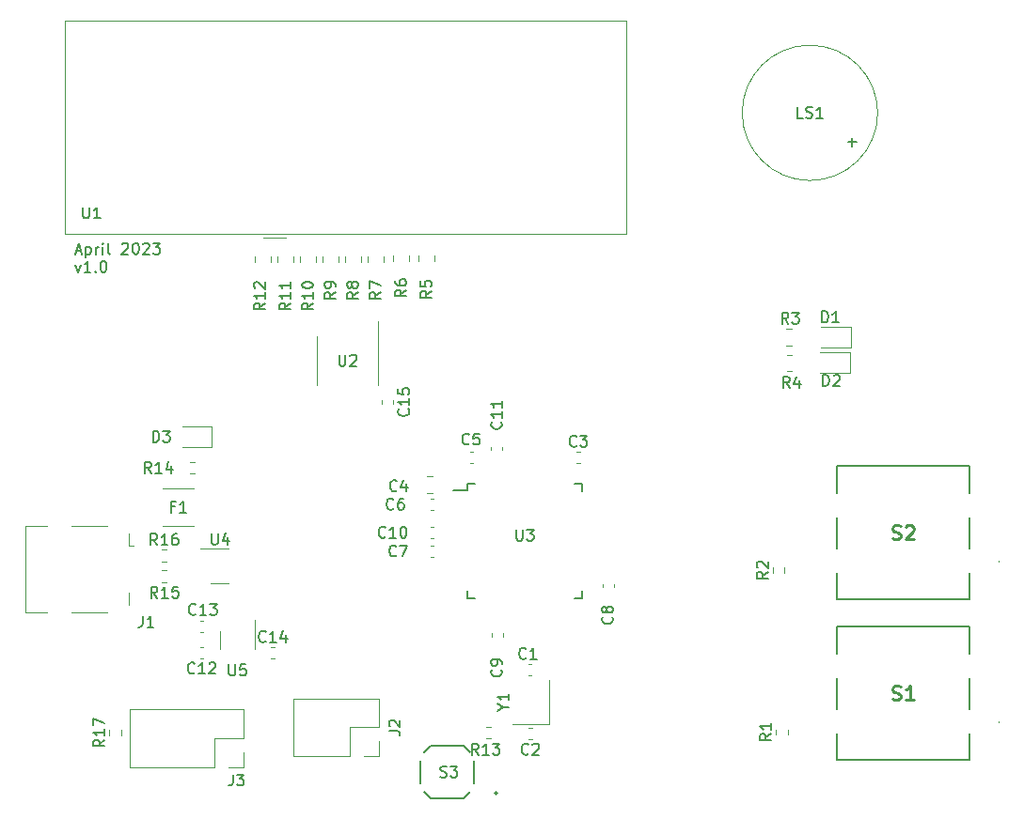
<source format=gbr>
%TF.GenerationSoftware,KiCad,Pcbnew,7.0.1-0*%
%TF.CreationDate,2023-04-21T07:07:00-06:00*%
%TF.ProjectId,PhaseB_Prototype,50686173-6542-45f5-9072-6f746f747970,rev?*%
%TF.SameCoordinates,Original*%
%TF.FileFunction,Legend,Top*%
%TF.FilePolarity,Positive*%
%FSLAX46Y46*%
G04 Gerber Fmt 4.6, Leading zero omitted, Abs format (unit mm)*
G04 Created by KiCad (PCBNEW 7.0.1-0) date 2023-04-21 07:07:00*
%MOMM*%
%LPD*%
G01*
G04 APERTURE LIST*
%ADD10C,0.150000*%
%ADD11C,0.254000*%
%ADD12C,0.120000*%
%ADD13C,0.100000*%
%ADD14C,0.200000*%
%ADD15C,0.127000*%
G04 APERTURE END LIST*
D10*
X79946476Y-48263904D02*
X80422666Y-48263904D01*
X79851238Y-48549619D02*
X80184571Y-47549619D01*
X80184571Y-47549619D02*
X80517904Y-48549619D01*
X80851238Y-47882952D02*
X80851238Y-48882952D01*
X80851238Y-47930571D02*
X80946476Y-47882952D01*
X80946476Y-47882952D02*
X81136952Y-47882952D01*
X81136952Y-47882952D02*
X81232190Y-47930571D01*
X81232190Y-47930571D02*
X81279809Y-47978190D01*
X81279809Y-47978190D02*
X81327428Y-48073428D01*
X81327428Y-48073428D02*
X81327428Y-48359142D01*
X81327428Y-48359142D02*
X81279809Y-48454380D01*
X81279809Y-48454380D02*
X81232190Y-48502000D01*
X81232190Y-48502000D02*
X81136952Y-48549619D01*
X81136952Y-48549619D02*
X80946476Y-48549619D01*
X80946476Y-48549619D02*
X80851238Y-48502000D01*
X81756000Y-48549619D02*
X81756000Y-47882952D01*
X81756000Y-48073428D02*
X81803619Y-47978190D01*
X81803619Y-47978190D02*
X81851238Y-47930571D01*
X81851238Y-47930571D02*
X81946476Y-47882952D01*
X81946476Y-47882952D02*
X82041714Y-47882952D01*
X82375048Y-48549619D02*
X82375048Y-47882952D01*
X82375048Y-47549619D02*
X82327429Y-47597238D01*
X82327429Y-47597238D02*
X82375048Y-47644857D01*
X82375048Y-47644857D02*
X82422667Y-47597238D01*
X82422667Y-47597238D02*
X82375048Y-47549619D01*
X82375048Y-47549619D02*
X82375048Y-47644857D01*
X82994095Y-48549619D02*
X82898857Y-48502000D01*
X82898857Y-48502000D02*
X82851238Y-48406761D01*
X82851238Y-48406761D02*
X82851238Y-47549619D01*
X84089334Y-47644857D02*
X84136953Y-47597238D01*
X84136953Y-47597238D02*
X84232191Y-47549619D01*
X84232191Y-47549619D02*
X84470286Y-47549619D01*
X84470286Y-47549619D02*
X84565524Y-47597238D01*
X84565524Y-47597238D02*
X84613143Y-47644857D01*
X84613143Y-47644857D02*
X84660762Y-47740095D01*
X84660762Y-47740095D02*
X84660762Y-47835333D01*
X84660762Y-47835333D02*
X84613143Y-47978190D01*
X84613143Y-47978190D02*
X84041715Y-48549619D01*
X84041715Y-48549619D02*
X84660762Y-48549619D01*
X85279810Y-47549619D02*
X85375048Y-47549619D01*
X85375048Y-47549619D02*
X85470286Y-47597238D01*
X85470286Y-47597238D02*
X85517905Y-47644857D01*
X85517905Y-47644857D02*
X85565524Y-47740095D01*
X85565524Y-47740095D02*
X85613143Y-47930571D01*
X85613143Y-47930571D02*
X85613143Y-48168666D01*
X85613143Y-48168666D02*
X85565524Y-48359142D01*
X85565524Y-48359142D02*
X85517905Y-48454380D01*
X85517905Y-48454380D02*
X85470286Y-48502000D01*
X85470286Y-48502000D02*
X85375048Y-48549619D01*
X85375048Y-48549619D02*
X85279810Y-48549619D01*
X85279810Y-48549619D02*
X85184572Y-48502000D01*
X85184572Y-48502000D02*
X85136953Y-48454380D01*
X85136953Y-48454380D02*
X85089334Y-48359142D01*
X85089334Y-48359142D02*
X85041715Y-48168666D01*
X85041715Y-48168666D02*
X85041715Y-47930571D01*
X85041715Y-47930571D02*
X85089334Y-47740095D01*
X85089334Y-47740095D02*
X85136953Y-47644857D01*
X85136953Y-47644857D02*
X85184572Y-47597238D01*
X85184572Y-47597238D02*
X85279810Y-47549619D01*
X85994096Y-47644857D02*
X86041715Y-47597238D01*
X86041715Y-47597238D02*
X86136953Y-47549619D01*
X86136953Y-47549619D02*
X86375048Y-47549619D01*
X86375048Y-47549619D02*
X86470286Y-47597238D01*
X86470286Y-47597238D02*
X86517905Y-47644857D01*
X86517905Y-47644857D02*
X86565524Y-47740095D01*
X86565524Y-47740095D02*
X86565524Y-47835333D01*
X86565524Y-47835333D02*
X86517905Y-47978190D01*
X86517905Y-47978190D02*
X85946477Y-48549619D01*
X85946477Y-48549619D02*
X86565524Y-48549619D01*
X86898858Y-47549619D02*
X87517905Y-47549619D01*
X87517905Y-47549619D02*
X87184572Y-47930571D01*
X87184572Y-47930571D02*
X87327429Y-47930571D01*
X87327429Y-47930571D02*
X87422667Y-47978190D01*
X87422667Y-47978190D02*
X87470286Y-48025809D01*
X87470286Y-48025809D02*
X87517905Y-48121047D01*
X87517905Y-48121047D02*
X87517905Y-48359142D01*
X87517905Y-48359142D02*
X87470286Y-48454380D01*
X87470286Y-48454380D02*
X87422667Y-48502000D01*
X87422667Y-48502000D02*
X87327429Y-48549619D01*
X87327429Y-48549619D02*
X87041715Y-48549619D01*
X87041715Y-48549619D02*
X86946477Y-48502000D01*
X86946477Y-48502000D02*
X86898858Y-48454380D01*
X79898857Y-49502952D02*
X80136952Y-50169619D01*
X80136952Y-50169619D02*
X80375047Y-49502952D01*
X81279809Y-50169619D02*
X80708381Y-50169619D01*
X80994095Y-50169619D02*
X80994095Y-49169619D01*
X80994095Y-49169619D02*
X80898857Y-49312476D01*
X80898857Y-49312476D02*
X80803619Y-49407714D01*
X80803619Y-49407714D02*
X80708381Y-49455333D01*
X81708381Y-50074380D02*
X81756000Y-50122000D01*
X81756000Y-50122000D02*
X81708381Y-50169619D01*
X81708381Y-50169619D02*
X81660762Y-50122000D01*
X81660762Y-50122000D02*
X81708381Y-50074380D01*
X81708381Y-50074380D02*
X81708381Y-50169619D01*
X82375047Y-49169619D02*
X82470285Y-49169619D01*
X82470285Y-49169619D02*
X82565523Y-49217238D01*
X82565523Y-49217238D02*
X82613142Y-49264857D01*
X82613142Y-49264857D02*
X82660761Y-49360095D01*
X82660761Y-49360095D02*
X82708380Y-49550571D01*
X82708380Y-49550571D02*
X82708380Y-49788666D01*
X82708380Y-49788666D02*
X82660761Y-49979142D01*
X82660761Y-49979142D02*
X82613142Y-50074380D01*
X82613142Y-50074380D02*
X82565523Y-50122000D01*
X82565523Y-50122000D02*
X82470285Y-50169619D01*
X82470285Y-50169619D02*
X82375047Y-50169619D01*
X82375047Y-50169619D02*
X82279809Y-50122000D01*
X82279809Y-50122000D02*
X82232190Y-50074380D01*
X82232190Y-50074380D02*
X82184571Y-49979142D01*
X82184571Y-49979142D02*
X82136952Y-49788666D01*
X82136952Y-49788666D02*
X82136952Y-49550571D01*
X82136952Y-49550571D02*
X82184571Y-49360095D01*
X82184571Y-49360095D02*
X82232190Y-49264857D01*
X82232190Y-49264857D02*
X82279809Y-49217238D01*
X82279809Y-49217238D02*
X82375047Y-49169619D01*
%TO.C,J2*%
X108135619Y-91539333D02*
X108849904Y-91539333D01*
X108849904Y-91539333D02*
X108992761Y-91586952D01*
X108992761Y-91586952D02*
X109088000Y-91682190D01*
X109088000Y-91682190D02*
X109135619Y-91825047D01*
X109135619Y-91825047D02*
X109135619Y-91920285D01*
X108230857Y-91110761D02*
X108183238Y-91063142D01*
X108183238Y-91063142D02*
X108135619Y-90967904D01*
X108135619Y-90967904D02*
X108135619Y-90729809D01*
X108135619Y-90729809D02*
X108183238Y-90634571D01*
X108183238Y-90634571D02*
X108230857Y-90586952D01*
X108230857Y-90586952D02*
X108326095Y-90539333D01*
X108326095Y-90539333D02*
X108421333Y-90539333D01*
X108421333Y-90539333D02*
X108564190Y-90586952D01*
X108564190Y-90586952D02*
X109135619Y-91158380D01*
X109135619Y-91158380D02*
X109135619Y-90539333D01*
%TO.C,R14*%
X86733142Y-68280619D02*
X86399809Y-67804428D01*
X86161714Y-68280619D02*
X86161714Y-67280619D01*
X86161714Y-67280619D02*
X86542666Y-67280619D01*
X86542666Y-67280619D02*
X86637904Y-67328238D01*
X86637904Y-67328238D02*
X86685523Y-67375857D01*
X86685523Y-67375857D02*
X86733142Y-67471095D01*
X86733142Y-67471095D02*
X86733142Y-67613952D01*
X86733142Y-67613952D02*
X86685523Y-67709190D01*
X86685523Y-67709190D02*
X86637904Y-67756809D01*
X86637904Y-67756809D02*
X86542666Y-67804428D01*
X86542666Y-67804428D02*
X86161714Y-67804428D01*
X87685523Y-68280619D02*
X87114095Y-68280619D01*
X87399809Y-68280619D02*
X87399809Y-67280619D01*
X87399809Y-67280619D02*
X87304571Y-67423476D01*
X87304571Y-67423476D02*
X87209333Y-67518714D01*
X87209333Y-67518714D02*
X87114095Y-67566333D01*
X88542666Y-67613952D02*
X88542666Y-68280619D01*
X88304571Y-67233000D02*
X88066476Y-67947285D01*
X88066476Y-67947285D02*
X88685523Y-67947285D01*
%TO.C,C15*%
X109858200Y-62509999D02*
X109905820Y-62557618D01*
X109905820Y-62557618D02*
X109953439Y-62700475D01*
X109953439Y-62700475D02*
X109953439Y-62795713D01*
X109953439Y-62795713D02*
X109905820Y-62938570D01*
X109905820Y-62938570D02*
X109810581Y-63033808D01*
X109810581Y-63033808D02*
X109715343Y-63081427D01*
X109715343Y-63081427D02*
X109524867Y-63129046D01*
X109524867Y-63129046D02*
X109382010Y-63129046D01*
X109382010Y-63129046D02*
X109191534Y-63081427D01*
X109191534Y-63081427D02*
X109096296Y-63033808D01*
X109096296Y-63033808D02*
X109001058Y-62938570D01*
X109001058Y-62938570D02*
X108953439Y-62795713D01*
X108953439Y-62795713D02*
X108953439Y-62700475D01*
X108953439Y-62700475D02*
X109001058Y-62557618D01*
X109001058Y-62557618D02*
X109048677Y-62509999D01*
X109953439Y-61557618D02*
X109953439Y-62129046D01*
X109953439Y-61843332D02*
X108953439Y-61843332D01*
X108953439Y-61843332D02*
X109096296Y-61938570D01*
X109096296Y-61938570D02*
X109191534Y-62033808D01*
X109191534Y-62033808D02*
X109239153Y-62129046D01*
X108953439Y-60652856D02*
X108953439Y-61129046D01*
X108953439Y-61129046D02*
X109429629Y-61176665D01*
X109429629Y-61176665D02*
X109382010Y-61129046D01*
X109382010Y-61129046D02*
X109334391Y-61033808D01*
X109334391Y-61033808D02*
X109334391Y-60795713D01*
X109334391Y-60795713D02*
X109382010Y-60700475D01*
X109382010Y-60700475D02*
X109429629Y-60652856D01*
X109429629Y-60652856D02*
X109524867Y-60605237D01*
X109524867Y-60605237D02*
X109762962Y-60605237D01*
X109762962Y-60605237D02*
X109858200Y-60652856D01*
X109858200Y-60652856D02*
X109905820Y-60700475D01*
X109905820Y-60700475D02*
X109953439Y-60795713D01*
X109953439Y-60795713D02*
X109953439Y-61033808D01*
X109953439Y-61033808D02*
X109905820Y-61129046D01*
X109905820Y-61129046D02*
X109858200Y-61176665D01*
%TO.C,C2*%
X120693522Y-93577981D02*
X120645903Y-93625601D01*
X120645903Y-93625601D02*
X120503046Y-93673220D01*
X120503046Y-93673220D02*
X120407808Y-93673220D01*
X120407808Y-93673220D02*
X120264951Y-93625601D01*
X120264951Y-93625601D02*
X120169713Y-93530362D01*
X120169713Y-93530362D02*
X120122094Y-93435124D01*
X120122094Y-93435124D02*
X120074475Y-93244648D01*
X120074475Y-93244648D02*
X120074475Y-93101791D01*
X120074475Y-93101791D02*
X120122094Y-92911315D01*
X120122094Y-92911315D02*
X120169713Y-92816077D01*
X120169713Y-92816077D02*
X120264951Y-92720839D01*
X120264951Y-92720839D02*
X120407808Y-92673220D01*
X120407808Y-92673220D02*
X120503046Y-92673220D01*
X120503046Y-92673220D02*
X120645903Y-92720839D01*
X120645903Y-92720839D02*
X120693522Y-92768458D01*
X121074475Y-92768458D02*
X121122094Y-92720839D01*
X121122094Y-92720839D02*
X121217332Y-92673220D01*
X121217332Y-92673220D02*
X121455427Y-92673220D01*
X121455427Y-92673220D02*
X121550665Y-92720839D01*
X121550665Y-92720839D02*
X121598284Y-92768458D01*
X121598284Y-92768458D02*
X121645903Y-92863696D01*
X121645903Y-92863696D02*
X121645903Y-92958934D01*
X121645903Y-92958934D02*
X121598284Y-93101791D01*
X121598284Y-93101791D02*
X121026856Y-93673220D01*
X121026856Y-93673220D02*
X121645903Y-93673220D01*
%TO.C,C1*%
X120483333Y-84949380D02*
X120435714Y-84997000D01*
X120435714Y-84997000D02*
X120292857Y-85044619D01*
X120292857Y-85044619D02*
X120197619Y-85044619D01*
X120197619Y-85044619D02*
X120054762Y-84997000D01*
X120054762Y-84997000D02*
X119959524Y-84901761D01*
X119959524Y-84901761D02*
X119911905Y-84806523D01*
X119911905Y-84806523D02*
X119864286Y-84616047D01*
X119864286Y-84616047D02*
X119864286Y-84473190D01*
X119864286Y-84473190D02*
X119911905Y-84282714D01*
X119911905Y-84282714D02*
X119959524Y-84187476D01*
X119959524Y-84187476D02*
X120054762Y-84092238D01*
X120054762Y-84092238D02*
X120197619Y-84044619D01*
X120197619Y-84044619D02*
X120292857Y-84044619D01*
X120292857Y-84044619D02*
X120435714Y-84092238D01*
X120435714Y-84092238D02*
X120483333Y-84139857D01*
X121435714Y-85044619D02*
X120864286Y-85044619D01*
X121150000Y-85044619D02*
X121150000Y-84044619D01*
X121150000Y-84044619D02*
X121054762Y-84187476D01*
X121054762Y-84187476D02*
X120959524Y-84282714D01*
X120959524Y-84282714D02*
X120864286Y-84330333D01*
%TO.C,LS1*%
X145397142Y-36276619D02*
X144920952Y-36276619D01*
X144920952Y-36276619D02*
X144920952Y-35276619D01*
X145682857Y-36229000D02*
X145825714Y-36276619D01*
X145825714Y-36276619D02*
X146063809Y-36276619D01*
X146063809Y-36276619D02*
X146159047Y-36229000D01*
X146159047Y-36229000D02*
X146206666Y-36181380D01*
X146206666Y-36181380D02*
X146254285Y-36086142D01*
X146254285Y-36086142D02*
X146254285Y-35990904D01*
X146254285Y-35990904D02*
X146206666Y-35895666D01*
X146206666Y-35895666D02*
X146159047Y-35848047D01*
X146159047Y-35848047D02*
X146063809Y-35800428D01*
X146063809Y-35800428D02*
X145873333Y-35752809D01*
X145873333Y-35752809D02*
X145778095Y-35705190D01*
X145778095Y-35705190D02*
X145730476Y-35657571D01*
X145730476Y-35657571D02*
X145682857Y-35562333D01*
X145682857Y-35562333D02*
X145682857Y-35467095D01*
X145682857Y-35467095D02*
X145730476Y-35371857D01*
X145730476Y-35371857D02*
X145778095Y-35324238D01*
X145778095Y-35324238D02*
X145873333Y-35276619D01*
X145873333Y-35276619D02*
X146111428Y-35276619D01*
X146111428Y-35276619D02*
X146254285Y-35324238D01*
X147206666Y-36276619D02*
X146635238Y-36276619D01*
X146920952Y-36276619D02*
X146920952Y-35276619D01*
X146920952Y-35276619D02*
X146825714Y-35419476D01*
X146825714Y-35419476D02*
X146730476Y-35514714D01*
X146730476Y-35514714D02*
X146635238Y-35562333D01*
X149469048Y-38435666D02*
X150230953Y-38435666D01*
X149850000Y-38816619D02*
X149850000Y-38054714D01*
%TO.C,R5*%
X111968619Y-51879166D02*
X111492428Y-52212499D01*
X111968619Y-52450594D02*
X110968619Y-52450594D01*
X110968619Y-52450594D02*
X110968619Y-52069642D01*
X110968619Y-52069642D02*
X111016238Y-51974404D01*
X111016238Y-51974404D02*
X111063857Y-51926785D01*
X111063857Y-51926785D02*
X111159095Y-51879166D01*
X111159095Y-51879166D02*
X111301952Y-51879166D01*
X111301952Y-51879166D02*
X111397190Y-51926785D01*
X111397190Y-51926785D02*
X111444809Y-51974404D01*
X111444809Y-51974404D02*
X111492428Y-52069642D01*
X111492428Y-52069642D02*
X111492428Y-52450594D01*
X110968619Y-50974404D02*
X110968619Y-51450594D01*
X110968619Y-51450594D02*
X111444809Y-51498213D01*
X111444809Y-51498213D02*
X111397190Y-51450594D01*
X111397190Y-51450594D02*
X111349571Y-51355356D01*
X111349571Y-51355356D02*
X111349571Y-51117261D01*
X111349571Y-51117261D02*
X111397190Y-51022023D01*
X111397190Y-51022023D02*
X111444809Y-50974404D01*
X111444809Y-50974404D02*
X111540047Y-50926785D01*
X111540047Y-50926785D02*
X111778142Y-50926785D01*
X111778142Y-50926785D02*
X111873380Y-50974404D01*
X111873380Y-50974404D02*
X111921000Y-51022023D01*
X111921000Y-51022023D02*
X111968619Y-51117261D01*
X111968619Y-51117261D02*
X111968619Y-51355356D01*
X111968619Y-51355356D02*
X111921000Y-51450594D01*
X111921000Y-51450594D02*
X111873380Y-51498213D01*
%TO.C,D3*%
X86891905Y-65486619D02*
X86891905Y-64486619D01*
X86891905Y-64486619D02*
X87130000Y-64486619D01*
X87130000Y-64486619D02*
X87272857Y-64534238D01*
X87272857Y-64534238D02*
X87368095Y-64629476D01*
X87368095Y-64629476D02*
X87415714Y-64724714D01*
X87415714Y-64724714D02*
X87463333Y-64915190D01*
X87463333Y-64915190D02*
X87463333Y-65058047D01*
X87463333Y-65058047D02*
X87415714Y-65248523D01*
X87415714Y-65248523D02*
X87368095Y-65343761D01*
X87368095Y-65343761D02*
X87272857Y-65439000D01*
X87272857Y-65439000D02*
X87130000Y-65486619D01*
X87130000Y-65486619D02*
X86891905Y-65486619D01*
X87796667Y-64486619D02*
X88415714Y-64486619D01*
X88415714Y-64486619D02*
X88082381Y-64867571D01*
X88082381Y-64867571D02*
X88225238Y-64867571D01*
X88225238Y-64867571D02*
X88320476Y-64915190D01*
X88320476Y-64915190D02*
X88368095Y-64962809D01*
X88368095Y-64962809D02*
X88415714Y-65058047D01*
X88415714Y-65058047D02*
X88415714Y-65296142D01*
X88415714Y-65296142D02*
X88368095Y-65391380D01*
X88368095Y-65391380D02*
X88320476Y-65439000D01*
X88320476Y-65439000D02*
X88225238Y-65486619D01*
X88225238Y-65486619D02*
X87939524Y-65486619D01*
X87939524Y-65486619D02*
X87844286Y-65439000D01*
X87844286Y-65439000D02*
X87796667Y-65391380D01*
%TO.C,R12*%
X96982619Y-52966857D02*
X96506428Y-53300190D01*
X96982619Y-53538285D02*
X95982619Y-53538285D01*
X95982619Y-53538285D02*
X95982619Y-53157333D01*
X95982619Y-53157333D02*
X96030238Y-53062095D01*
X96030238Y-53062095D02*
X96077857Y-53014476D01*
X96077857Y-53014476D02*
X96173095Y-52966857D01*
X96173095Y-52966857D02*
X96315952Y-52966857D01*
X96315952Y-52966857D02*
X96411190Y-53014476D01*
X96411190Y-53014476D02*
X96458809Y-53062095D01*
X96458809Y-53062095D02*
X96506428Y-53157333D01*
X96506428Y-53157333D02*
X96506428Y-53538285D01*
X96982619Y-52014476D02*
X96982619Y-52585904D01*
X96982619Y-52300190D02*
X95982619Y-52300190D01*
X95982619Y-52300190D02*
X96125476Y-52395428D01*
X96125476Y-52395428D02*
X96220714Y-52490666D01*
X96220714Y-52490666D02*
X96268333Y-52585904D01*
X96077857Y-51633523D02*
X96030238Y-51585904D01*
X96030238Y-51585904D02*
X95982619Y-51490666D01*
X95982619Y-51490666D02*
X95982619Y-51252571D01*
X95982619Y-51252571D02*
X96030238Y-51157333D01*
X96030238Y-51157333D02*
X96077857Y-51109714D01*
X96077857Y-51109714D02*
X96173095Y-51062095D01*
X96173095Y-51062095D02*
X96268333Y-51062095D01*
X96268333Y-51062095D02*
X96411190Y-51109714D01*
X96411190Y-51109714D02*
X96982619Y-51681142D01*
X96982619Y-51681142D02*
X96982619Y-51062095D01*
%TO.C,R16*%
X87260248Y-74760886D02*
X86926915Y-74284695D01*
X86688820Y-74760886D02*
X86688820Y-73760886D01*
X86688820Y-73760886D02*
X87069772Y-73760886D01*
X87069772Y-73760886D02*
X87165010Y-73808505D01*
X87165010Y-73808505D02*
X87212629Y-73856124D01*
X87212629Y-73856124D02*
X87260248Y-73951362D01*
X87260248Y-73951362D02*
X87260248Y-74094219D01*
X87260248Y-74094219D02*
X87212629Y-74189457D01*
X87212629Y-74189457D02*
X87165010Y-74237076D01*
X87165010Y-74237076D02*
X87069772Y-74284695D01*
X87069772Y-74284695D02*
X86688820Y-74284695D01*
X88212629Y-74760886D02*
X87641201Y-74760886D01*
X87926915Y-74760886D02*
X87926915Y-73760886D01*
X87926915Y-73760886D02*
X87831677Y-73903743D01*
X87831677Y-73903743D02*
X87736439Y-73998981D01*
X87736439Y-73998981D02*
X87641201Y-74046600D01*
X89069772Y-73760886D02*
X88879296Y-73760886D01*
X88879296Y-73760886D02*
X88784058Y-73808505D01*
X88784058Y-73808505D02*
X88736439Y-73856124D01*
X88736439Y-73856124D02*
X88641201Y-73998981D01*
X88641201Y-73998981D02*
X88593582Y-74189457D01*
X88593582Y-74189457D02*
X88593582Y-74570409D01*
X88593582Y-74570409D02*
X88641201Y-74665647D01*
X88641201Y-74665647D02*
X88688820Y-74713267D01*
X88688820Y-74713267D02*
X88784058Y-74760886D01*
X88784058Y-74760886D02*
X88974534Y-74760886D01*
X88974534Y-74760886D02*
X89069772Y-74713267D01*
X89069772Y-74713267D02*
X89117391Y-74665647D01*
X89117391Y-74665647D02*
X89165010Y-74570409D01*
X89165010Y-74570409D02*
X89165010Y-74332314D01*
X89165010Y-74332314D02*
X89117391Y-74237076D01*
X89117391Y-74237076D02*
X89069772Y-74189457D01*
X89069772Y-74189457D02*
X88974534Y-74141838D01*
X88974534Y-74141838D02*
X88784058Y-74141838D01*
X88784058Y-74141838D02*
X88688820Y-74189457D01*
X88688820Y-74189457D02*
X88641201Y-74237076D01*
X88641201Y-74237076D02*
X88593582Y-74332314D01*
%TO.C,R3*%
X144105333Y-54818619D02*
X143772000Y-54342428D01*
X143533905Y-54818619D02*
X143533905Y-53818619D01*
X143533905Y-53818619D02*
X143914857Y-53818619D01*
X143914857Y-53818619D02*
X144010095Y-53866238D01*
X144010095Y-53866238D02*
X144057714Y-53913857D01*
X144057714Y-53913857D02*
X144105333Y-54009095D01*
X144105333Y-54009095D02*
X144105333Y-54151952D01*
X144105333Y-54151952D02*
X144057714Y-54247190D01*
X144057714Y-54247190D02*
X144010095Y-54294809D01*
X144010095Y-54294809D02*
X143914857Y-54342428D01*
X143914857Y-54342428D02*
X143533905Y-54342428D01*
X144438667Y-53818619D02*
X145057714Y-53818619D01*
X145057714Y-53818619D02*
X144724381Y-54199571D01*
X144724381Y-54199571D02*
X144867238Y-54199571D01*
X144867238Y-54199571D02*
X144962476Y-54247190D01*
X144962476Y-54247190D02*
X145010095Y-54294809D01*
X145010095Y-54294809D02*
X145057714Y-54390047D01*
X145057714Y-54390047D02*
X145057714Y-54628142D01*
X145057714Y-54628142D02*
X145010095Y-54723380D01*
X145010095Y-54723380D02*
X144962476Y-54771000D01*
X144962476Y-54771000D02*
X144867238Y-54818619D01*
X144867238Y-54818619D02*
X144581524Y-54818619D01*
X144581524Y-54818619D02*
X144486286Y-54771000D01*
X144486286Y-54771000D02*
X144438667Y-54723380D01*
%TO.C,U4*%
X92159346Y-73734574D02*
X92159346Y-74544097D01*
X92159346Y-74544097D02*
X92206965Y-74639335D01*
X92206965Y-74639335D02*
X92254584Y-74686955D01*
X92254584Y-74686955D02*
X92349822Y-74734574D01*
X92349822Y-74734574D02*
X92540298Y-74734574D01*
X92540298Y-74734574D02*
X92635536Y-74686955D01*
X92635536Y-74686955D02*
X92683155Y-74639335D01*
X92683155Y-74639335D02*
X92730774Y-74544097D01*
X92730774Y-74544097D02*
X92730774Y-73734574D01*
X93635536Y-74067907D02*
X93635536Y-74734574D01*
X93397441Y-73686955D02*
X93159346Y-74401240D01*
X93159346Y-74401240D02*
X93778393Y-74401240D01*
%TO.C,U5*%
X93729325Y-85539915D02*
X93729325Y-86349438D01*
X93729325Y-86349438D02*
X93776944Y-86444676D01*
X93776944Y-86444676D02*
X93824563Y-86492296D01*
X93824563Y-86492296D02*
X93919801Y-86539915D01*
X93919801Y-86539915D02*
X94110277Y-86539915D01*
X94110277Y-86539915D02*
X94205515Y-86492296D01*
X94205515Y-86492296D02*
X94253134Y-86444676D01*
X94253134Y-86444676D02*
X94300753Y-86349438D01*
X94300753Y-86349438D02*
X94300753Y-85539915D01*
X95253134Y-85539915D02*
X94776944Y-85539915D01*
X94776944Y-85539915D02*
X94729325Y-86016105D01*
X94729325Y-86016105D02*
X94776944Y-85968486D01*
X94776944Y-85968486D02*
X94872182Y-85920867D01*
X94872182Y-85920867D02*
X95110277Y-85920867D01*
X95110277Y-85920867D02*
X95205515Y-85968486D01*
X95205515Y-85968486D02*
X95253134Y-86016105D01*
X95253134Y-86016105D02*
X95300753Y-86111343D01*
X95300753Y-86111343D02*
X95300753Y-86349438D01*
X95300753Y-86349438D02*
X95253134Y-86444676D01*
X95253134Y-86444676D02*
X95205515Y-86492296D01*
X95205515Y-86492296D02*
X95110277Y-86539915D01*
X95110277Y-86539915D02*
X94872182Y-86539915D01*
X94872182Y-86539915D02*
X94776944Y-86492296D01*
X94776944Y-86492296D02*
X94729325Y-86444676D01*
%TO.C,R10*%
X101300619Y-52966857D02*
X100824428Y-53300190D01*
X101300619Y-53538285D02*
X100300619Y-53538285D01*
X100300619Y-53538285D02*
X100300619Y-53157333D01*
X100300619Y-53157333D02*
X100348238Y-53062095D01*
X100348238Y-53062095D02*
X100395857Y-53014476D01*
X100395857Y-53014476D02*
X100491095Y-52966857D01*
X100491095Y-52966857D02*
X100633952Y-52966857D01*
X100633952Y-52966857D02*
X100729190Y-53014476D01*
X100729190Y-53014476D02*
X100776809Y-53062095D01*
X100776809Y-53062095D02*
X100824428Y-53157333D01*
X100824428Y-53157333D02*
X100824428Y-53538285D01*
X101300619Y-52014476D02*
X101300619Y-52585904D01*
X101300619Y-52300190D02*
X100300619Y-52300190D01*
X100300619Y-52300190D02*
X100443476Y-52395428D01*
X100443476Y-52395428D02*
X100538714Y-52490666D01*
X100538714Y-52490666D02*
X100586333Y-52585904D01*
X100300619Y-51395428D02*
X100300619Y-51300190D01*
X100300619Y-51300190D02*
X100348238Y-51204952D01*
X100348238Y-51204952D02*
X100395857Y-51157333D01*
X100395857Y-51157333D02*
X100491095Y-51109714D01*
X100491095Y-51109714D02*
X100681571Y-51062095D01*
X100681571Y-51062095D02*
X100919666Y-51062095D01*
X100919666Y-51062095D02*
X101110142Y-51109714D01*
X101110142Y-51109714D02*
X101205380Y-51157333D01*
X101205380Y-51157333D02*
X101253000Y-51204952D01*
X101253000Y-51204952D02*
X101300619Y-51300190D01*
X101300619Y-51300190D02*
X101300619Y-51395428D01*
X101300619Y-51395428D02*
X101253000Y-51490666D01*
X101253000Y-51490666D02*
X101205380Y-51538285D01*
X101205380Y-51538285D02*
X101110142Y-51585904D01*
X101110142Y-51585904D02*
X100919666Y-51633523D01*
X100919666Y-51633523D02*
X100681571Y-51633523D01*
X100681571Y-51633523D02*
X100491095Y-51585904D01*
X100491095Y-51585904D02*
X100395857Y-51538285D01*
X100395857Y-51538285D02*
X100348238Y-51490666D01*
X100348238Y-51490666D02*
X100300619Y-51395428D01*
D11*
%TO.C,S1*%
X153464380Y-88665050D02*
X153645809Y-88725526D01*
X153645809Y-88725526D02*
X153948190Y-88725526D01*
X153948190Y-88725526D02*
X154069142Y-88665050D01*
X154069142Y-88665050D02*
X154129618Y-88604573D01*
X154129618Y-88604573D02*
X154190095Y-88483621D01*
X154190095Y-88483621D02*
X154190095Y-88362669D01*
X154190095Y-88362669D02*
X154129618Y-88241716D01*
X154129618Y-88241716D02*
X154069142Y-88181240D01*
X154069142Y-88181240D02*
X153948190Y-88120764D01*
X153948190Y-88120764D02*
X153706285Y-88060288D01*
X153706285Y-88060288D02*
X153585333Y-87999811D01*
X153585333Y-87999811D02*
X153524856Y-87939335D01*
X153524856Y-87939335D02*
X153464380Y-87818383D01*
X153464380Y-87818383D02*
X153464380Y-87697430D01*
X153464380Y-87697430D02*
X153524856Y-87576478D01*
X153524856Y-87576478D02*
X153585333Y-87516002D01*
X153585333Y-87516002D02*
X153706285Y-87455526D01*
X153706285Y-87455526D02*
X154008666Y-87455526D01*
X154008666Y-87455526D02*
X154190095Y-87516002D01*
X155399619Y-88725526D02*
X154673904Y-88725526D01*
X155036761Y-88725526D02*
X155036761Y-87455526D01*
X155036761Y-87455526D02*
X154915809Y-87636954D01*
X154915809Y-87636954D02*
X154794857Y-87757907D01*
X154794857Y-87757907D02*
X154673904Y-87818383D01*
D10*
%TO.C,U2*%
X103648915Y-57628619D02*
X103648915Y-58438142D01*
X103648915Y-58438142D02*
X103696534Y-58533380D01*
X103696534Y-58533380D02*
X103744153Y-58581000D01*
X103744153Y-58581000D02*
X103839391Y-58628619D01*
X103839391Y-58628619D02*
X104029867Y-58628619D01*
X104029867Y-58628619D02*
X104125105Y-58581000D01*
X104125105Y-58581000D02*
X104172724Y-58533380D01*
X104172724Y-58533380D02*
X104220343Y-58438142D01*
X104220343Y-58438142D02*
X104220343Y-57628619D01*
X104648915Y-57723857D02*
X104696534Y-57676238D01*
X104696534Y-57676238D02*
X104791772Y-57628619D01*
X104791772Y-57628619D02*
X105029867Y-57628619D01*
X105029867Y-57628619D02*
X105125105Y-57676238D01*
X105125105Y-57676238D02*
X105172724Y-57723857D01*
X105172724Y-57723857D02*
X105220343Y-57819095D01*
X105220343Y-57819095D02*
X105220343Y-57914333D01*
X105220343Y-57914333D02*
X105172724Y-58057190D01*
X105172724Y-58057190D02*
X104601296Y-58628619D01*
X104601296Y-58628619D02*
X105220343Y-58628619D01*
%TO.C,C4*%
X108839162Y-69834066D02*
X108791543Y-69881686D01*
X108791543Y-69881686D02*
X108648686Y-69929305D01*
X108648686Y-69929305D02*
X108553448Y-69929305D01*
X108553448Y-69929305D02*
X108410591Y-69881686D01*
X108410591Y-69881686D02*
X108315353Y-69786447D01*
X108315353Y-69786447D02*
X108267734Y-69691209D01*
X108267734Y-69691209D02*
X108220115Y-69500733D01*
X108220115Y-69500733D02*
X108220115Y-69357876D01*
X108220115Y-69357876D02*
X108267734Y-69167400D01*
X108267734Y-69167400D02*
X108315353Y-69072162D01*
X108315353Y-69072162D02*
X108410591Y-68976924D01*
X108410591Y-68976924D02*
X108553448Y-68929305D01*
X108553448Y-68929305D02*
X108648686Y-68929305D01*
X108648686Y-68929305D02*
X108791543Y-68976924D01*
X108791543Y-68976924D02*
X108839162Y-69024543D01*
X109696305Y-69262638D02*
X109696305Y-69929305D01*
X109458210Y-68881686D02*
X109220115Y-69595971D01*
X109220115Y-69595971D02*
X109839162Y-69595971D01*
%TO.C,C3*%
X125021487Y-65811891D02*
X124973868Y-65859511D01*
X124973868Y-65859511D02*
X124831011Y-65907130D01*
X124831011Y-65907130D02*
X124735773Y-65907130D01*
X124735773Y-65907130D02*
X124592916Y-65859511D01*
X124592916Y-65859511D02*
X124497678Y-65764272D01*
X124497678Y-65764272D02*
X124450059Y-65669034D01*
X124450059Y-65669034D02*
X124402440Y-65478558D01*
X124402440Y-65478558D02*
X124402440Y-65335701D01*
X124402440Y-65335701D02*
X124450059Y-65145225D01*
X124450059Y-65145225D02*
X124497678Y-65049987D01*
X124497678Y-65049987D02*
X124592916Y-64954749D01*
X124592916Y-64954749D02*
X124735773Y-64907130D01*
X124735773Y-64907130D02*
X124831011Y-64907130D01*
X124831011Y-64907130D02*
X124973868Y-64954749D01*
X124973868Y-64954749D02*
X125021487Y-65002368D01*
X125354821Y-64907130D02*
X125973868Y-64907130D01*
X125973868Y-64907130D02*
X125640535Y-65288082D01*
X125640535Y-65288082D02*
X125783392Y-65288082D01*
X125783392Y-65288082D02*
X125878630Y-65335701D01*
X125878630Y-65335701D02*
X125926249Y-65383320D01*
X125926249Y-65383320D02*
X125973868Y-65478558D01*
X125973868Y-65478558D02*
X125973868Y-65716653D01*
X125973868Y-65716653D02*
X125926249Y-65811891D01*
X125926249Y-65811891D02*
X125878630Y-65859511D01*
X125878630Y-65859511D02*
X125783392Y-65907130D01*
X125783392Y-65907130D02*
X125497678Y-65907130D01*
X125497678Y-65907130D02*
X125402440Y-65859511D01*
X125402440Y-65859511D02*
X125354821Y-65811891D01*
%TO.C,R6*%
X109682619Y-51775666D02*
X109206428Y-52108999D01*
X109682619Y-52347094D02*
X108682619Y-52347094D01*
X108682619Y-52347094D02*
X108682619Y-51966142D01*
X108682619Y-51966142D02*
X108730238Y-51870904D01*
X108730238Y-51870904D02*
X108777857Y-51823285D01*
X108777857Y-51823285D02*
X108873095Y-51775666D01*
X108873095Y-51775666D02*
X109015952Y-51775666D01*
X109015952Y-51775666D02*
X109111190Y-51823285D01*
X109111190Y-51823285D02*
X109158809Y-51870904D01*
X109158809Y-51870904D02*
X109206428Y-51966142D01*
X109206428Y-51966142D02*
X109206428Y-52347094D01*
X108682619Y-50918523D02*
X108682619Y-51108999D01*
X108682619Y-51108999D02*
X108730238Y-51204237D01*
X108730238Y-51204237D02*
X108777857Y-51251856D01*
X108777857Y-51251856D02*
X108920714Y-51347094D01*
X108920714Y-51347094D02*
X109111190Y-51394713D01*
X109111190Y-51394713D02*
X109492142Y-51394713D01*
X109492142Y-51394713D02*
X109587380Y-51347094D01*
X109587380Y-51347094D02*
X109635000Y-51299475D01*
X109635000Y-51299475D02*
X109682619Y-51204237D01*
X109682619Y-51204237D02*
X109682619Y-51013761D01*
X109682619Y-51013761D02*
X109635000Y-50918523D01*
X109635000Y-50918523D02*
X109587380Y-50870904D01*
X109587380Y-50870904D02*
X109492142Y-50823285D01*
X109492142Y-50823285D02*
X109254047Y-50823285D01*
X109254047Y-50823285D02*
X109158809Y-50870904D01*
X109158809Y-50870904D02*
X109111190Y-50918523D01*
X109111190Y-50918523D02*
X109063571Y-51013761D01*
X109063571Y-51013761D02*
X109063571Y-51204237D01*
X109063571Y-51204237D02*
X109111190Y-51299475D01*
X109111190Y-51299475D02*
X109158809Y-51347094D01*
X109158809Y-51347094D02*
X109254047Y-51394713D01*
%TO.C,R13*%
X116197142Y-93680619D02*
X115863809Y-93204428D01*
X115625714Y-93680619D02*
X115625714Y-92680619D01*
X115625714Y-92680619D02*
X116006666Y-92680619D01*
X116006666Y-92680619D02*
X116101904Y-92728238D01*
X116101904Y-92728238D02*
X116149523Y-92775857D01*
X116149523Y-92775857D02*
X116197142Y-92871095D01*
X116197142Y-92871095D02*
X116197142Y-93013952D01*
X116197142Y-93013952D02*
X116149523Y-93109190D01*
X116149523Y-93109190D02*
X116101904Y-93156809D01*
X116101904Y-93156809D02*
X116006666Y-93204428D01*
X116006666Y-93204428D02*
X115625714Y-93204428D01*
X117149523Y-93680619D02*
X116578095Y-93680619D01*
X116863809Y-93680619D02*
X116863809Y-92680619D01*
X116863809Y-92680619D02*
X116768571Y-92823476D01*
X116768571Y-92823476D02*
X116673333Y-92918714D01*
X116673333Y-92918714D02*
X116578095Y-92966333D01*
X117482857Y-92680619D02*
X118101904Y-92680619D01*
X118101904Y-92680619D02*
X117768571Y-93061571D01*
X117768571Y-93061571D02*
X117911428Y-93061571D01*
X117911428Y-93061571D02*
X118006666Y-93109190D01*
X118006666Y-93109190D02*
X118054285Y-93156809D01*
X118054285Y-93156809D02*
X118101904Y-93252047D01*
X118101904Y-93252047D02*
X118101904Y-93490142D01*
X118101904Y-93490142D02*
X118054285Y-93585380D01*
X118054285Y-93585380D02*
X118006666Y-93633000D01*
X118006666Y-93633000D02*
X117911428Y-93680619D01*
X117911428Y-93680619D02*
X117625714Y-93680619D01*
X117625714Y-93680619D02*
X117530476Y-93633000D01*
X117530476Y-93633000D02*
X117482857Y-93585380D01*
%TO.C,C8*%
X128203394Y-81252051D02*
X128251014Y-81299670D01*
X128251014Y-81299670D02*
X128298633Y-81442527D01*
X128298633Y-81442527D02*
X128298633Y-81537765D01*
X128298633Y-81537765D02*
X128251014Y-81680622D01*
X128251014Y-81680622D02*
X128155775Y-81775860D01*
X128155775Y-81775860D02*
X128060537Y-81823479D01*
X128060537Y-81823479D02*
X127870061Y-81871098D01*
X127870061Y-81871098D02*
X127727204Y-81871098D01*
X127727204Y-81871098D02*
X127536728Y-81823479D01*
X127536728Y-81823479D02*
X127441490Y-81775860D01*
X127441490Y-81775860D02*
X127346252Y-81680622D01*
X127346252Y-81680622D02*
X127298633Y-81537765D01*
X127298633Y-81537765D02*
X127298633Y-81442527D01*
X127298633Y-81442527D02*
X127346252Y-81299670D01*
X127346252Y-81299670D02*
X127393871Y-81252051D01*
X127727204Y-80680622D02*
X127679585Y-80775860D01*
X127679585Y-80775860D02*
X127631966Y-80823479D01*
X127631966Y-80823479D02*
X127536728Y-80871098D01*
X127536728Y-80871098D02*
X127489109Y-80871098D01*
X127489109Y-80871098D02*
X127393871Y-80823479D01*
X127393871Y-80823479D02*
X127346252Y-80775860D01*
X127346252Y-80775860D02*
X127298633Y-80680622D01*
X127298633Y-80680622D02*
X127298633Y-80490146D01*
X127298633Y-80490146D02*
X127346252Y-80394908D01*
X127346252Y-80394908D02*
X127393871Y-80347289D01*
X127393871Y-80347289D02*
X127489109Y-80299670D01*
X127489109Y-80299670D02*
X127536728Y-80299670D01*
X127536728Y-80299670D02*
X127631966Y-80347289D01*
X127631966Y-80347289D02*
X127679585Y-80394908D01*
X127679585Y-80394908D02*
X127727204Y-80490146D01*
X127727204Y-80490146D02*
X127727204Y-80680622D01*
X127727204Y-80680622D02*
X127774823Y-80775860D01*
X127774823Y-80775860D02*
X127822442Y-80823479D01*
X127822442Y-80823479D02*
X127917680Y-80871098D01*
X127917680Y-80871098D02*
X128108156Y-80871098D01*
X128108156Y-80871098D02*
X128203394Y-80823479D01*
X128203394Y-80823479D02*
X128251014Y-80775860D01*
X128251014Y-80775860D02*
X128298633Y-80680622D01*
X128298633Y-80680622D02*
X128298633Y-80490146D01*
X128298633Y-80490146D02*
X128251014Y-80394908D01*
X128251014Y-80394908D02*
X128203394Y-80347289D01*
X128203394Y-80347289D02*
X128108156Y-80299670D01*
X128108156Y-80299670D02*
X127917680Y-80299670D01*
X127917680Y-80299670D02*
X127822442Y-80347289D01*
X127822442Y-80347289D02*
X127774823Y-80394908D01*
X127774823Y-80394908D02*
X127727204Y-80490146D01*
%TO.C,C10*%
X107815142Y-74027380D02*
X107767523Y-74075000D01*
X107767523Y-74075000D02*
X107624666Y-74122619D01*
X107624666Y-74122619D02*
X107529428Y-74122619D01*
X107529428Y-74122619D02*
X107386571Y-74075000D01*
X107386571Y-74075000D02*
X107291333Y-73979761D01*
X107291333Y-73979761D02*
X107243714Y-73884523D01*
X107243714Y-73884523D02*
X107196095Y-73694047D01*
X107196095Y-73694047D02*
X107196095Y-73551190D01*
X107196095Y-73551190D02*
X107243714Y-73360714D01*
X107243714Y-73360714D02*
X107291333Y-73265476D01*
X107291333Y-73265476D02*
X107386571Y-73170238D01*
X107386571Y-73170238D02*
X107529428Y-73122619D01*
X107529428Y-73122619D02*
X107624666Y-73122619D01*
X107624666Y-73122619D02*
X107767523Y-73170238D01*
X107767523Y-73170238D02*
X107815142Y-73217857D01*
X108767523Y-74122619D02*
X108196095Y-74122619D01*
X108481809Y-74122619D02*
X108481809Y-73122619D01*
X108481809Y-73122619D02*
X108386571Y-73265476D01*
X108386571Y-73265476D02*
X108291333Y-73360714D01*
X108291333Y-73360714D02*
X108196095Y-73408333D01*
X109386571Y-73122619D02*
X109481809Y-73122619D01*
X109481809Y-73122619D02*
X109577047Y-73170238D01*
X109577047Y-73170238D02*
X109624666Y-73217857D01*
X109624666Y-73217857D02*
X109672285Y-73313095D01*
X109672285Y-73313095D02*
X109719904Y-73503571D01*
X109719904Y-73503571D02*
X109719904Y-73741666D01*
X109719904Y-73741666D02*
X109672285Y-73932142D01*
X109672285Y-73932142D02*
X109624666Y-74027380D01*
X109624666Y-74027380D02*
X109577047Y-74075000D01*
X109577047Y-74075000D02*
X109481809Y-74122619D01*
X109481809Y-74122619D02*
X109386571Y-74122619D01*
X109386571Y-74122619D02*
X109291333Y-74075000D01*
X109291333Y-74075000D02*
X109243714Y-74027380D01*
X109243714Y-74027380D02*
X109196095Y-73932142D01*
X109196095Y-73932142D02*
X109148476Y-73741666D01*
X109148476Y-73741666D02*
X109148476Y-73503571D01*
X109148476Y-73503571D02*
X109196095Y-73313095D01*
X109196095Y-73313095D02*
X109243714Y-73217857D01*
X109243714Y-73217857D02*
X109291333Y-73170238D01*
X109291333Y-73170238D02*
X109386571Y-73122619D01*
%TO.C,D2*%
X147219405Y-60422619D02*
X147219405Y-59422619D01*
X147219405Y-59422619D02*
X147457500Y-59422619D01*
X147457500Y-59422619D02*
X147600357Y-59470238D01*
X147600357Y-59470238D02*
X147695595Y-59565476D01*
X147695595Y-59565476D02*
X147743214Y-59660714D01*
X147743214Y-59660714D02*
X147790833Y-59851190D01*
X147790833Y-59851190D02*
X147790833Y-59994047D01*
X147790833Y-59994047D02*
X147743214Y-60184523D01*
X147743214Y-60184523D02*
X147695595Y-60279761D01*
X147695595Y-60279761D02*
X147600357Y-60375000D01*
X147600357Y-60375000D02*
X147457500Y-60422619D01*
X147457500Y-60422619D02*
X147219405Y-60422619D01*
X148171786Y-59517857D02*
X148219405Y-59470238D01*
X148219405Y-59470238D02*
X148314643Y-59422619D01*
X148314643Y-59422619D02*
X148552738Y-59422619D01*
X148552738Y-59422619D02*
X148647976Y-59470238D01*
X148647976Y-59470238D02*
X148695595Y-59517857D01*
X148695595Y-59517857D02*
X148743214Y-59613095D01*
X148743214Y-59613095D02*
X148743214Y-59708333D01*
X148743214Y-59708333D02*
X148695595Y-59851190D01*
X148695595Y-59851190D02*
X148124167Y-60422619D01*
X148124167Y-60422619D02*
X148743214Y-60422619D01*
%TO.C,C11*%
X118219604Y-63679120D02*
X118267224Y-63726739D01*
X118267224Y-63726739D02*
X118314843Y-63869596D01*
X118314843Y-63869596D02*
X118314843Y-63964834D01*
X118314843Y-63964834D02*
X118267224Y-64107691D01*
X118267224Y-64107691D02*
X118171985Y-64202929D01*
X118171985Y-64202929D02*
X118076747Y-64250548D01*
X118076747Y-64250548D02*
X117886271Y-64298167D01*
X117886271Y-64298167D02*
X117743414Y-64298167D01*
X117743414Y-64298167D02*
X117552938Y-64250548D01*
X117552938Y-64250548D02*
X117457700Y-64202929D01*
X117457700Y-64202929D02*
X117362462Y-64107691D01*
X117362462Y-64107691D02*
X117314843Y-63964834D01*
X117314843Y-63964834D02*
X117314843Y-63869596D01*
X117314843Y-63869596D02*
X117362462Y-63726739D01*
X117362462Y-63726739D02*
X117410081Y-63679120D01*
X118314843Y-62726739D02*
X118314843Y-63298167D01*
X118314843Y-63012453D02*
X117314843Y-63012453D01*
X117314843Y-63012453D02*
X117457700Y-63107691D01*
X117457700Y-63107691D02*
X117552938Y-63202929D01*
X117552938Y-63202929D02*
X117600557Y-63298167D01*
X118314843Y-61774358D02*
X118314843Y-62345786D01*
X118314843Y-62060072D02*
X117314843Y-62060072D01*
X117314843Y-62060072D02*
X117457700Y-62155310D01*
X117457700Y-62155310D02*
X117552938Y-62250548D01*
X117552938Y-62250548D02*
X117600557Y-62345786D01*
%TO.C,C7*%
X108799333Y-75705558D02*
X108751714Y-75753178D01*
X108751714Y-75753178D02*
X108608857Y-75800797D01*
X108608857Y-75800797D02*
X108513619Y-75800797D01*
X108513619Y-75800797D02*
X108370762Y-75753178D01*
X108370762Y-75753178D02*
X108275524Y-75657939D01*
X108275524Y-75657939D02*
X108227905Y-75562701D01*
X108227905Y-75562701D02*
X108180286Y-75372225D01*
X108180286Y-75372225D02*
X108180286Y-75229368D01*
X108180286Y-75229368D02*
X108227905Y-75038892D01*
X108227905Y-75038892D02*
X108275524Y-74943654D01*
X108275524Y-74943654D02*
X108370762Y-74848416D01*
X108370762Y-74848416D02*
X108513619Y-74800797D01*
X108513619Y-74800797D02*
X108608857Y-74800797D01*
X108608857Y-74800797D02*
X108751714Y-74848416D01*
X108751714Y-74848416D02*
X108799333Y-74896035D01*
X109132667Y-74800797D02*
X109799333Y-74800797D01*
X109799333Y-74800797D02*
X109370762Y-75800797D01*
%TO.C,U3*%
X119598095Y-73376619D02*
X119598095Y-74186142D01*
X119598095Y-74186142D02*
X119645714Y-74281380D01*
X119645714Y-74281380D02*
X119693333Y-74329000D01*
X119693333Y-74329000D02*
X119788571Y-74376619D01*
X119788571Y-74376619D02*
X119979047Y-74376619D01*
X119979047Y-74376619D02*
X120074285Y-74329000D01*
X120074285Y-74329000D02*
X120121904Y-74281380D01*
X120121904Y-74281380D02*
X120169523Y-74186142D01*
X120169523Y-74186142D02*
X120169523Y-73376619D01*
X120550476Y-73376619D02*
X121169523Y-73376619D01*
X121169523Y-73376619D02*
X120836190Y-73757571D01*
X120836190Y-73757571D02*
X120979047Y-73757571D01*
X120979047Y-73757571D02*
X121074285Y-73805190D01*
X121074285Y-73805190D02*
X121121904Y-73852809D01*
X121121904Y-73852809D02*
X121169523Y-73948047D01*
X121169523Y-73948047D02*
X121169523Y-74186142D01*
X121169523Y-74186142D02*
X121121904Y-74281380D01*
X121121904Y-74281380D02*
X121074285Y-74329000D01*
X121074285Y-74329000D02*
X120979047Y-74376619D01*
X120979047Y-74376619D02*
X120693333Y-74376619D01*
X120693333Y-74376619D02*
X120598095Y-74329000D01*
X120598095Y-74329000D02*
X120550476Y-74281380D01*
%TO.C,R1*%
X142542619Y-91797666D02*
X142066428Y-92130999D01*
X142542619Y-92369094D02*
X141542619Y-92369094D01*
X141542619Y-92369094D02*
X141542619Y-91988142D01*
X141542619Y-91988142D02*
X141590238Y-91892904D01*
X141590238Y-91892904D02*
X141637857Y-91845285D01*
X141637857Y-91845285D02*
X141733095Y-91797666D01*
X141733095Y-91797666D02*
X141875952Y-91797666D01*
X141875952Y-91797666D02*
X141971190Y-91845285D01*
X141971190Y-91845285D02*
X142018809Y-91892904D01*
X142018809Y-91892904D02*
X142066428Y-91988142D01*
X142066428Y-91988142D02*
X142066428Y-92369094D01*
X142542619Y-90845285D02*
X142542619Y-91416713D01*
X142542619Y-91130999D02*
X141542619Y-91130999D01*
X141542619Y-91130999D02*
X141685476Y-91226237D01*
X141685476Y-91226237D02*
X141780714Y-91321475D01*
X141780714Y-91321475D02*
X141828333Y-91416713D01*
%TO.C,D1*%
X147122405Y-54700619D02*
X147122405Y-53700619D01*
X147122405Y-53700619D02*
X147360500Y-53700619D01*
X147360500Y-53700619D02*
X147503357Y-53748238D01*
X147503357Y-53748238D02*
X147598595Y-53843476D01*
X147598595Y-53843476D02*
X147646214Y-53938714D01*
X147646214Y-53938714D02*
X147693833Y-54129190D01*
X147693833Y-54129190D02*
X147693833Y-54272047D01*
X147693833Y-54272047D02*
X147646214Y-54462523D01*
X147646214Y-54462523D02*
X147598595Y-54557761D01*
X147598595Y-54557761D02*
X147503357Y-54653000D01*
X147503357Y-54653000D02*
X147360500Y-54700619D01*
X147360500Y-54700619D02*
X147122405Y-54700619D01*
X148646214Y-54700619D02*
X148074786Y-54700619D01*
X148360500Y-54700619D02*
X148360500Y-53700619D01*
X148360500Y-53700619D02*
X148265262Y-53843476D01*
X148265262Y-53843476D02*
X148170024Y-53938714D01*
X148170024Y-53938714D02*
X148074786Y-53986333D01*
%TO.C,C12*%
X90636947Y-86273634D02*
X90589328Y-86321254D01*
X90589328Y-86321254D02*
X90446471Y-86368873D01*
X90446471Y-86368873D02*
X90351233Y-86368873D01*
X90351233Y-86368873D02*
X90208376Y-86321254D01*
X90208376Y-86321254D02*
X90113138Y-86226015D01*
X90113138Y-86226015D02*
X90065519Y-86130777D01*
X90065519Y-86130777D02*
X90017900Y-85940301D01*
X90017900Y-85940301D02*
X90017900Y-85797444D01*
X90017900Y-85797444D02*
X90065519Y-85606968D01*
X90065519Y-85606968D02*
X90113138Y-85511730D01*
X90113138Y-85511730D02*
X90208376Y-85416492D01*
X90208376Y-85416492D02*
X90351233Y-85368873D01*
X90351233Y-85368873D02*
X90446471Y-85368873D01*
X90446471Y-85368873D02*
X90589328Y-85416492D01*
X90589328Y-85416492D02*
X90636947Y-85464111D01*
X91589328Y-86368873D02*
X91017900Y-86368873D01*
X91303614Y-86368873D02*
X91303614Y-85368873D01*
X91303614Y-85368873D02*
X91208376Y-85511730D01*
X91208376Y-85511730D02*
X91113138Y-85606968D01*
X91113138Y-85606968D02*
X91017900Y-85654587D01*
X91970281Y-85464111D02*
X92017900Y-85416492D01*
X92017900Y-85416492D02*
X92113138Y-85368873D01*
X92113138Y-85368873D02*
X92351233Y-85368873D01*
X92351233Y-85368873D02*
X92446471Y-85416492D01*
X92446471Y-85416492D02*
X92494090Y-85464111D01*
X92494090Y-85464111D02*
X92541709Y-85559349D01*
X92541709Y-85559349D02*
X92541709Y-85654587D01*
X92541709Y-85654587D02*
X92494090Y-85797444D01*
X92494090Y-85797444D02*
X91922662Y-86368873D01*
X91922662Y-86368873D02*
X92541709Y-86368873D01*
%TO.C,R9*%
X103332619Y-51982666D02*
X102856428Y-52315999D01*
X103332619Y-52554094D02*
X102332619Y-52554094D01*
X102332619Y-52554094D02*
X102332619Y-52173142D01*
X102332619Y-52173142D02*
X102380238Y-52077904D01*
X102380238Y-52077904D02*
X102427857Y-52030285D01*
X102427857Y-52030285D02*
X102523095Y-51982666D01*
X102523095Y-51982666D02*
X102665952Y-51982666D01*
X102665952Y-51982666D02*
X102761190Y-52030285D01*
X102761190Y-52030285D02*
X102808809Y-52077904D01*
X102808809Y-52077904D02*
X102856428Y-52173142D01*
X102856428Y-52173142D02*
X102856428Y-52554094D01*
X103332619Y-51506475D02*
X103332619Y-51315999D01*
X103332619Y-51315999D02*
X103285000Y-51220761D01*
X103285000Y-51220761D02*
X103237380Y-51173142D01*
X103237380Y-51173142D02*
X103094523Y-51077904D01*
X103094523Y-51077904D02*
X102904047Y-51030285D01*
X102904047Y-51030285D02*
X102523095Y-51030285D01*
X102523095Y-51030285D02*
X102427857Y-51077904D01*
X102427857Y-51077904D02*
X102380238Y-51125523D01*
X102380238Y-51125523D02*
X102332619Y-51220761D01*
X102332619Y-51220761D02*
X102332619Y-51411237D01*
X102332619Y-51411237D02*
X102380238Y-51506475D01*
X102380238Y-51506475D02*
X102427857Y-51554094D01*
X102427857Y-51554094D02*
X102523095Y-51601713D01*
X102523095Y-51601713D02*
X102761190Y-51601713D01*
X102761190Y-51601713D02*
X102856428Y-51554094D01*
X102856428Y-51554094D02*
X102904047Y-51506475D01*
X102904047Y-51506475D02*
X102951666Y-51411237D01*
X102951666Y-51411237D02*
X102951666Y-51220761D01*
X102951666Y-51220761D02*
X102904047Y-51125523D01*
X102904047Y-51125523D02*
X102856428Y-51077904D01*
X102856428Y-51077904D02*
X102761190Y-51030285D01*
%TO.C,U1*%
X80578095Y-44325119D02*
X80578095Y-45134642D01*
X80578095Y-45134642D02*
X80625714Y-45229880D01*
X80625714Y-45229880D02*
X80673333Y-45277500D01*
X80673333Y-45277500D02*
X80768571Y-45325119D01*
X80768571Y-45325119D02*
X80959047Y-45325119D01*
X80959047Y-45325119D02*
X81054285Y-45277500D01*
X81054285Y-45277500D02*
X81101904Y-45229880D01*
X81101904Y-45229880D02*
X81149523Y-45134642D01*
X81149523Y-45134642D02*
X81149523Y-44325119D01*
X82149523Y-45325119D02*
X81578095Y-45325119D01*
X81863809Y-45325119D02*
X81863809Y-44325119D01*
X81863809Y-44325119D02*
X81768571Y-44467976D01*
X81768571Y-44467976D02*
X81673333Y-44563214D01*
X81673333Y-44563214D02*
X81578095Y-44610833D01*
%TO.C,Y1*%
X118440428Y-89376190D02*
X118916619Y-89376190D01*
X117916619Y-89709523D02*
X118440428Y-89376190D01*
X118440428Y-89376190D02*
X117916619Y-89042857D01*
X118916619Y-88185714D02*
X118916619Y-88757142D01*
X118916619Y-88471428D02*
X117916619Y-88471428D01*
X117916619Y-88471428D02*
X118059476Y-88566666D01*
X118059476Y-88566666D02*
X118154714Y-88661904D01*
X118154714Y-88661904D02*
X118202333Y-88757142D01*
%TO.C,C14*%
X97032190Y-83430598D02*
X96984571Y-83478218D01*
X96984571Y-83478218D02*
X96841714Y-83525837D01*
X96841714Y-83525837D02*
X96746476Y-83525837D01*
X96746476Y-83525837D02*
X96603619Y-83478218D01*
X96603619Y-83478218D02*
X96508381Y-83382979D01*
X96508381Y-83382979D02*
X96460762Y-83287741D01*
X96460762Y-83287741D02*
X96413143Y-83097265D01*
X96413143Y-83097265D02*
X96413143Y-82954408D01*
X96413143Y-82954408D02*
X96460762Y-82763932D01*
X96460762Y-82763932D02*
X96508381Y-82668694D01*
X96508381Y-82668694D02*
X96603619Y-82573456D01*
X96603619Y-82573456D02*
X96746476Y-82525837D01*
X96746476Y-82525837D02*
X96841714Y-82525837D01*
X96841714Y-82525837D02*
X96984571Y-82573456D01*
X96984571Y-82573456D02*
X97032190Y-82621075D01*
X97984571Y-83525837D02*
X97413143Y-83525837D01*
X97698857Y-83525837D02*
X97698857Y-82525837D01*
X97698857Y-82525837D02*
X97603619Y-82668694D01*
X97603619Y-82668694D02*
X97508381Y-82763932D01*
X97508381Y-82763932D02*
X97413143Y-82811551D01*
X98841714Y-82859170D02*
X98841714Y-83525837D01*
X98603619Y-82478218D02*
X98365524Y-83192503D01*
X98365524Y-83192503D02*
X98984571Y-83192503D01*
%TO.C,J3*%
X94078666Y-95464619D02*
X94078666Y-96178904D01*
X94078666Y-96178904D02*
X94031047Y-96321761D01*
X94031047Y-96321761D02*
X93935809Y-96417000D01*
X93935809Y-96417000D02*
X93792952Y-96464619D01*
X93792952Y-96464619D02*
X93697714Y-96464619D01*
X94459619Y-95464619D02*
X95078666Y-95464619D01*
X95078666Y-95464619D02*
X94745333Y-95845571D01*
X94745333Y-95845571D02*
X94888190Y-95845571D01*
X94888190Y-95845571D02*
X94983428Y-95893190D01*
X94983428Y-95893190D02*
X95031047Y-95940809D01*
X95031047Y-95940809D02*
X95078666Y-96036047D01*
X95078666Y-96036047D02*
X95078666Y-96274142D01*
X95078666Y-96274142D02*
X95031047Y-96369380D01*
X95031047Y-96369380D02*
X94983428Y-96417000D01*
X94983428Y-96417000D02*
X94888190Y-96464619D01*
X94888190Y-96464619D02*
X94602476Y-96464619D01*
X94602476Y-96464619D02*
X94507238Y-96417000D01*
X94507238Y-96417000D02*
X94459619Y-96369380D01*
%TO.C,C13*%
X90727086Y-80975954D02*
X90679467Y-81023574D01*
X90679467Y-81023574D02*
X90536610Y-81071193D01*
X90536610Y-81071193D02*
X90441372Y-81071193D01*
X90441372Y-81071193D02*
X90298515Y-81023574D01*
X90298515Y-81023574D02*
X90203277Y-80928335D01*
X90203277Y-80928335D02*
X90155658Y-80833097D01*
X90155658Y-80833097D02*
X90108039Y-80642621D01*
X90108039Y-80642621D02*
X90108039Y-80499764D01*
X90108039Y-80499764D02*
X90155658Y-80309288D01*
X90155658Y-80309288D02*
X90203277Y-80214050D01*
X90203277Y-80214050D02*
X90298515Y-80118812D01*
X90298515Y-80118812D02*
X90441372Y-80071193D01*
X90441372Y-80071193D02*
X90536610Y-80071193D01*
X90536610Y-80071193D02*
X90679467Y-80118812D01*
X90679467Y-80118812D02*
X90727086Y-80166431D01*
X91679467Y-81071193D02*
X91108039Y-81071193D01*
X91393753Y-81071193D02*
X91393753Y-80071193D01*
X91393753Y-80071193D02*
X91298515Y-80214050D01*
X91298515Y-80214050D02*
X91203277Y-80309288D01*
X91203277Y-80309288D02*
X91108039Y-80356907D01*
X92012801Y-80071193D02*
X92631848Y-80071193D01*
X92631848Y-80071193D02*
X92298515Y-80452145D01*
X92298515Y-80452145D02*
X92441372Y-80452145D01*
X92441372Y-80452145D02*
X92536610Y-80499764D01*
X92536610Y-80499764D02*
X92584229Y-80547383D01*
X92584229Y-80547383D02*
X92631848Y-80642621D01*
X92631848Y-80642621D02*
X92631848Y-80880716D01*
X92631848Y-80880716D02*
X92584229Y-80975954D01*
X92584229Y-80975954D02*
X92536610Y-81023574D01*
X92536610Y-81023574D02*
X92441372Y-81071193D01*
X92441372Y-81071193D02*
X92155658Y-81071193D01*
X92155658Y-81071193D02*
X92060420Y-81023574D01*
X92060420Y-81023574D02*
X92012801Y-80975954D01*
%TO.C,R4*%
X144208551Y-60599562D02*
X143875218Y-60123371D01*
X143637123Y-60599562D02*
X143637123Y-59599562D01*
X143637123Y-59599562D02*
X144018075Y-59599562D01*
X144018075Y-59599562D02*
X144113313Y-59647181D01*
X144113313Y-59647181D02*
X144160932Y-59694800D01*
X144160932Y-59694800D02*
X144208551Y-59790038D01*
X144208551Y-59790038D02*
X144208551Y-59932895D01*
X144208551Y-59932895D02*
X144160932Y-60028133D01*
X144160932Y-60028133D02*
X144113313Y-60075752D01*
X144113313Y-60075752D02*
X144018075Y-60123371D01*
X144018075Y-60123371D02*
X143637123Y-60123371D01*
X145065694Y-59932895D02*
X145065694Y-60599562D01*
X144827599Y-59551943D02*
X144589504Y-60266228D01*
X144589504Y-60266228D02*
X145208551Y-60266228D01*
%TO.C,R2*%
X142250220Y-77188359D02*
X141774029Y-77521692D01*
X142250220Y-77759787D02*
X141250220Y-77759787D01*
X141250220Y-77759787D02*
X141250220Y-77378835D01*
X141250220Y-77378835D02*
X141297839Y-77283597D01*
X141297839Y-77283597D02*
X141345458Y-77235978D01*
X141345458Y-77235978D02*
X141440696Y-77188359D01*
X141440696Y-77188359D02*
X141583553Y-77188359D01*
X141583553Y-77188359D02*
X141678791Y-77235978D01*
X141678791Y-77235978D02*
X141726410Y-77283597D01*
X141726410Y-77283597D02*
X141774029Y-77378835D01*
X141774029Y-77378835D02*
X141774029Y-77759787D01*
X141345458Y-76807406D02*
X141297839Y-76759787D01*
X141297839Y-76759787D02*
X141250220Y-76664549D01*
X141250220Y-76664549D02*
X141250220Y-76426454D01*
X141250220Y-76426454D02*
X141297839Y-76331216D01*
X141297839Y-76331216D02*
X141345458Y-76283597D01*
X141345458Y-76283597D02*
X141440696Y-76235978D01*
X141440696Y-76235978D02*
X141535934Y-76235978D01*
X141535934Y-76235978D02*
X141678791Y-76283597D01*
X141678791Y-76283597D02*
X142250220Y-76855025D01*
X142250220Y-76855025D02*
X142250220Y-76235978D01*
%TO.C,R17*%
X82522619Y-92326857D02*
X82046428Y-92660190D01*
X82522619Y-92898285D02*
X81522619Y-92898285D01*
X81522619Y-92898285D02*
X81522619Y-92517333D01*
X81522619Y-92517333D02*
X81570238Y-92422095D01*
X81570238Y-92422095D02*
X81617857Y-92374476D01*
X81617857Y-92374476D02*
X81713095Y-92326857D01*
X81713095Y-92326857D02*
X81855952Y-92326857D01*
X81855952Y-92326857D02*
X81951190Y-92374476D01*
X81951190Y-92374476D02*
X81998809Y-92422095D01*
X81998809Y-92422095D02*
X82046428Y-92517333D01*
X82046428Y-92517333D02*
X82046428Y-92898285D01*
X82522619Y-91374476D02*
X82522619Y-91945904D01*
X82522619Y-91660190D02*
X81522619Y-91660190D01*
X81522619Y-91660190D02*
X81665476Y-91755428D01*
X81665476Y-91755428D02*
X81760714Y-91850666D01*
X81760714Y-91850666D02*
X81808333Y-91945904D01*
X81522619Y-91041142D02*
X81522619Y-90374476D01*
X81522619Y-90374476D02*
X82522619Y-90803047D01*
%TO.C,C9*%
X118223380Y-86018666D02*
X118271000Y-86066285D01*
X118271000Y-86066285D02*
X118318619Y-86209142D01*
X118318619Y-86209142D02*
X118318619Y-86304380D01*
X118318619Y-86304380D02*
X118271000Y-86447237D01*
X118271000Y-86447237D02*
X118175761Y-86542475D01*
X118175761Y-86542475D02*
X118080523Y-86590094D01*
X118080523Y-86590094D02*
X117890047Y-86637713D01*
X117890047Y-86637713D02*
X117747190Y-86637713D01*
X117747190Y-86637713D02*
X117556714Y-86590094D01*
X117556714Y-86590094D02*
X117461476Y-86542475D01*
X117461476Y-86542475D02*
X117366238Y-86447237D01*
X117366238Y-86447237D02*
X117318619Y-86304380D01*
X117318619Y-86304380D02*
X117318619Y-86209142D01*
X117318619Y-86209142D02*
X117366238Y-86066285D01*
X117366238Y-86066285D02*
X117413857Y-86018666D01*
X118318619Y-85542475D02*
X118318619Y-85351999D01*
X118318619Y-85351999D02*
X118271000Y-85256761D01*
X118271000Y-85256761D02*
X118223380Y-85209142D01*
X118223380Y-85209142D02*
X118080523Y-85113904D01*
X118080523Y-85113904D02*
X117890047Y-85066285D01*
X117890047Y-85066285D02*
X117509095Y-85066285D01*
X117509095Y-85066285D02*
X117413857Y-85113904D01*
X117413857Y-85113904D02*
X117366238Y-85161523D01*
X117366238Y-85161523D02*
X117318619Y-85256761D01*
X117318619Y-85256761D02*
X117318619Y-85447237D01*
X117318619Y-85447237D02*
X117366238Y-85542475D01*
X117366238Y-85542475D02*
X117413857Y-85590094D01*
X117413857Y-85590094D02*
X117509095Y-85637713D01*
X117509095Y-85637713D02*
X117747190Y-85637713D01*
X117747190Y-85637713D02*
X117842428Y-85590094D01*
X117842428Y-85590094D02*
X117890047Y-85542475D01*
X117890047Y-85542475D02*
X117937666Y-85447237D01*
X117937666Y-85447237D02*
X117937666Y-85256761D01*
X117937666Y-85256761D02*
X117890047Y-85161523D01*
X117890047Y-85161523D02*
X117842428Y-85113904D01*
X117842428Y-85113904D02*
X117747190Y-85066285D01*
%TO.C,F1*%
X88820666Y-71312809D02*
X88487333Y-71312809D01*
X88487333Y-71836619D02*
X88487333Y-70836619D01*
X88487333Y-70836619D02*
X88963523Y-70836619D01*
X89868285Y-71836619D02*
X89296857Y-71836619D01*
X89582571Y-71836619D02*
X89582571Y-70836619D01*
X89582571Y-70836619D02*
X89487333Y-70979476D01*
X89487333Y-70979476D02*
X89392095Y-71074714D01*
X89392095Y-71074714D02*
X89296857Y-71122333D01*
%TO.C,C6*%
X108545333Y-71487380D02*
X108497714Y-71535000D01*
X108497714Y-71535000D02*
X108354857Y-71582619D01*
X108354857Y-71582619D02*
X108259619Y-71582619D01*
X108259619Y-71582619D02*
X108116762Y-71535000D01*
X108116762Y-71535000D02*
X108021524Y-71439761D01*
X108021524Y-71439761D02*
X107973905Y-71344523D01*
X107973905Y-71344523D02*
X107926286Y-71154047D01*
X107926286Y-71154047D02*
X107926286Y-71011190D01*
X107926286Y-71011190D02*
X107973905Y-70820714D01*
X107973905Y-70820714D02*
X108021524Y-70725476D01*
X108021524Y-70725476D02*
X108116762Y-70630238D01*
X108116762Y-70630238D02*
X108259619Y-70582619D01*
X108259619Y-70582619D02*
X108354857Y-70582619D01*
X108354857Y-70582619D02*
X108497714Y-70630238D01*
X108497714Y-70630238D02*
X108545333Y-70677857D01*
X109402476Y-70582619D02*
X109212000Y-70582619D01*
X109212000Y-70582619D02*
X109116762Y-70630238D01*
X109116762Y-70630238D02*
X109069143Y-70677857D01*
X109069143Y-70677857D02*
X108973905Y-70820714D01*
X108973905Y-70820714D02*
X108926286Y-71011190D01*
X108926286Y-71011190D02*
X108926286Y-71392142D01*
X108926286Y-71392142D02*
X108973905Y-71487380D01*
X108973905Y-71487380D02*
X109021524Y-71535000D01*
X109021524Y-71535000D02*
X109116762Y-71582619D01*
X109116762Y-71582619D02*
X109307238Y-71582619D01*
X109307238Y-71582619D02*
X109402476Y-71535000D01*
X109402476Y-71535000D02*
X109450095Y-71487380D01*
X109450095Y-71487380D02*
X109497714Y-71392142D01*
X109497714Y-71392142D02*
X109497714Y-71154047D01*
X109497714Y-71154047D02*
X109450095Y-71058809D01*
X109450095Y-71058809D02*
X109402476Y-71011190D01*
X109402476Y-71011190D02*
X109307238Y-70963571D01*
X109307238Y-70963571D02*
X109116762Y-70963571D01*
X109116762Y-70963571D02*
X109021524Y-71011190D01*
X109021524Y-71011190D02*
X108973905Y-71058809D01*
X108973905Y-71058809D02*
X108926286Y-71154047D01*
%TO.C,R11*%
X99268619Y-52966857D02*
X98792428Y-53300190D01*
X99268619Y-53538285D02*
X98268619Y-53538285D01*
X98268619Y-53538285D02*
X98268619Y-53157333D01*
X98268619Y-53157333D02*
X98316238Y-53062095D01*
X98316238Y-53062095D02*
X98363857Y-53014476D01*
X98363857Y-53014476D02*
X98459095Y-52966857D01*
X98459095Y-52966857D02*
X98601952Y-52966857D01*
X98601952Y-52966857D02*
X98697190Y-53014476D01*
X98697190Y-53014476D02*
X98744809Y-53062095D01*
X98744809Y-53062095D02*
X98792428Y-53157333D01*
X98792428Y-53157333D02*
X98792428Y-53538285D01*
X99268619Y-52014476D02*
X99268619Y-52585904D01*
X99268619Y-52300190D02*
X98268619Y-52300190D01*
X98268619Y-52300190D02*
X98411476Y-52395428D01*
X98411476Y-52395428D02*
X98506714Y-52490666D01*
X98506714Y-52490666D02*
X98554333Y-52585904D01*
X99268619Y-51062095D02*
X99268619Y-51633523D01*
X99268619Y-51347809D02*
X98268619Y-51347809D01*
X98268619Y-51347809D02*
X98411476Y-51443047D01*
X98411476Y-51443047D02*
X98506714Y-51538285D01*
X98506714Y-51538285D02*
X98554333Y-51633523D01*
%TO.C,S3*%
X112776095Y-95665000D02*
X112918952Y-95712619D01*
X112918952Y-95712619D02*
X113157047Y-95712619D01*
X113157047Y-95712619D02*
X113252285Y-95665000D01*
X113252285Y-95665000D02*
X113299904Y-95617380D01*
X113299904Y-95617380D02*
X113347523Y-95522142D01*
X113347523Y-95522142D02*
X113347523Y-95426904D01*
X113347523Y-95426904D02*
X113299904Y-95331666D01*
X113299904Y-95331666D02*
X113252285Y-95284047D01*
X113252285Y-95284047D02*
X113157047Y-95236428D01*
X113157047Y-95236428D02*
X112966571Y-95188809D01*
X112966571Y-95188809D02*
X112871333Y-95141190D01*
X112871333Y-95141190D02*
X112823714Y-95093571D01*
X112823714Y-95093571D02*
X112776095Y-94998333D01*
X112776095Y-94998333D02*
X112776095Y-94903095D01*
X112776095Y-94903095D02*
X112823714Y-94807857D01*
X112823714Y-94807857D02*
X112871333Y-94760238D01*
X112871333Y-94760238D02*
X112966571Y-94712619D01*
X112966571Y-94712619D02*
X113204666Y-94712619D01*
X113204666Y-94712619D02*
X113347523Y-94760238D01*
X113680857Y-94712619D02*
X114299904Y-94712619D01*
X114299904Y-94712619D02*
X113966571Y-95093571D01*
X113966571Y-95093571D02*
X114109428Y-95093571D01*
X114109428Y-95093571D02*
X114204666Y-95141190D01*
X114204666Y-95141190D02*
X114252285Y-95188809D01*
X114252285Y-95188809D02*
X114299904Y-95284047D01*
X114299904Y-95284047D02*
X114299904Y-95522142D01*
X114299904Y-95522142D02*
X114252285Y-95617380D01*
X114252285Y-95617380D02*
X114204666Y-95665000D01*
X114204666Y-95665000D02*
X114109428Y-95712619D01*
X114109428Y-95712619D02*
X113823714Y-95712619D01*
X113823714Y-95712619D02*
X113728476Y-95665000D01*
X113728476Y-95665000D02*
X113680857Y-95617380D01*
%TO.C,J1*%
X85946666Y-81164619D02*
X85946666Y-81878904D01*
X85946666Y-81878904D02*
X85899047Y-82021761D01*
X85899047Y-82021761D02*
X85803809Y-82117000D01*
X85803809Y-82117000D02*
X85660952Y-82164619D01*
X85660952Y-82164619D02*
X85565714Y-82164619D01*
X86946666Y-82164619D02*
X86375238Y-82164619D01*
X86660952Y-82164619D02*
X86660952Y-81164619D01*
X86660952Y-81164619D02*
X86565714Y-81307476D01*
X86565714Y-81307476D02*
X86470476Y-81402714D01*
X86470476Y-81402714D02*
X86375238Y-81450333D01*
%TO.C,R15*%
X87279652Y-79535314D02*
X86946319Y-79059123D01*
X86708224Y-79535314D02*
X86708224Y-78535314D01*
X86708224Y-78535314D02*
X87089176Y-78535314D01*
X87089176Y-78535314D02*
X87184414Y-78582933D01*
X87184414Y-78582933D02*
X87232033Y-78630552D01*
X87232033Y-78630552D02*
X87279652Y-78725790D01*
X87279652Y-78725790D02*
X87279652Y-78868647D01*
X87279652Y-78868647D02*
X87232033Y-78963885D01*
X87232033Y-78963885D02*
X87184414Y-79011504D01*
X87184414Y-79011504D02*
X87089176Y-79059123D01*
X87089176Y-79059123D02*
X86708224Y-79059123D01*
X88232033Y-79535314D02*
X87660605Y-79535314D01*
X87946319Y-79535314D02*
X87946319Y-78535314D01*
X87946319Y-78535314D02*
X87851081Y-78678171D01*
X87851081Y-78678171D02*
X87755843Y-78773409D01*
X87755843Y-78773409D02*
X87660605Y-78821028D01*
X89136795Y-78535314D02*
X88660605Y-78535314D01*
X88660605Y-78535314D02*
X88612986Y-79011504D01*
X88612986Y-79011504D02*
X88660605Y-78963885D01*
X88660605Y-78963885D02*
X88755843Y-78916266D01*
X88755843Y-78916266D02*
X88993938Y-78916266D01*
X88993938Y-78916266D02*
X89089176Y-78963885D01*
X89089176Y-78963885D02*
X89136795Y-79011504D01*
X89136795Y-79011504D02*
X89184414Y-79106742D01*
X89184414Y-79106742D02*
X89184414Y-79344837D01*
X89184414Y-79344837D02*
X89136795Y-79440075D01*
X89136795Y-79440075D02*
X89089176Y-79487695D01*
X89089176Y-79487695D02*
X88993938Y-79535314D01*
X88993938Y-79535314D02*
X88755843Y-79535314D01*
X88755843Y-79535314D02*
X88660605Y-79487695D01*
X88660605Y-79487695D02*
X88612986Y-79440075D01*
%TO.C,C5*%
X115354753Y-65628408D02*
X115307134Y-65676028D01*
X115307134Y-65676028D02*
X115164277Y-65723647D01*
X115164277Y-65723647D02*
X115069039Y-65723647D01*
X115069039Y-65723647D02*
X114926182Y-65676028D01*
X114926182Y-65676028D02*
X114830944Y-65580789D01*
X114830944Y-65580789D02*
X114783325Y-65485551D01*
X114783325Y-65485551D02*
X114735706Y-65295075D01*
X114735706Y-65295075D02*
X114735706Y-65152218D01*
X114735706Y-65152218D02*
X114783325Y-64961742D01*
X114783325Y-64961742D02*
X114830944Y-64866504D01*
X114830944Y-64866504D02*
X114926182Y-64771266D01*
X114926182Y-64771266D02*
X115069039Y-64723647D01*
X115069039Y-64723647D02*
X115164277Y-64723647D01*
X115164277Y-64723647D02*
X115307134Y-64771266D01*
X115307134Y-64771266D02*
X115354753Y-64818885D01*
X116259515Y-64723647D02*
X115783325Y-64723647D01*
X115783325Y-64723647D02*
X115735706Y-65199837D01*
X115735706Y-65199837D02*
X115783325Y-65152218D01*
X115783325Y-65152218D02*
X115878563Y-65104599D01*
X115878563Y-65104599D02*
X116116658Y-65104599D01*
X116116658Y-65104599D02*
X116211896Y-65152218D01*
X116211896Y-65152218D02*
X116259515Y-65199837D01*
X116259515Y-65199837D02*
X116307134Y-65295075D01*
X116307134Y-65295075D02*
X116307134Y-65533170D01*
X116307134Y-65533170D02*
X116259515Y-65628408D01*
X116259515Y-65628408D02*
X116211896Y-65676028D01*
X116211896Y-65676028D02*
X116116658Y-65723647D01*
X116116658Y-65723647D02*
X115878563Y-65723647D01*
X115878563Y-65723647D02*
X115783325Y-65676028D01*
X115783325Y-65676028D02*
X115735706Y-65628408D01*
%TO.C,R7*%
X107396619Y-51982666D02*
X106920428Y-52315999D01*
X107396619Y-52554094D02*
X106396619Y-52554094D01*
X106396619Y-52554094D02*
X106396619Y-52173142D01*
X106396619Y-52173142D02*
X106444238Y-52077904D01*
X106444238Y-52077904D02*
X106491857Y-52030285D01*
X106491857Y-52030285D02*
X106587095Y-51982666D01*
X106587095Y-51982666D02*
X106729952Y-51982666D01*
X106729952Y-51982666D02*
X106825190Y-52030285D01*
X106825190Y-52030285D02*
X106872809Y-52077904D01*
X106872809Y-52077904D02*
X106920428Y-52173142D01*
X106920428Y-52173142D02*
X106920428Y-52554094D01*
X106396619Y-51649332D02*
X106396619Y-50982666D01*
X106396619Y-50982666D02*
X107396619Y-51411237D01*
%TO.C,R8*%
X105364619Y-51982666D02*
X104888428Y-52315999D01*
X105364619Y-52554094D02*
X104364619Y-52554094D01*
X104364619Y-52554094D02*
X104364619Y-52173142D01*
X104364619Y-52173142D02*
X104412238Y-52077904D01*
X104412238Y-52077904D02*
X104459857Y-52030285D01*
X104459857Y-52030285D02*
X104555095Y-51982666D01*
X104555095Y-51982666D02*
X104697952Y-51982666D01*
X104697952Y-51982666D02*
X104793190Y-52030285D01*
X104793190Y-52030285D02*
X104840809Y-52077904D01*
X104840809Y-52077904D02*
X104888428Y-52173142D01*
X104888428Y-52173142D02*
X104888428Y-52554094D01*
X104793190Y-51411237D02*
X104745571Y-51506475D01*
X104745571Y-51506475D02*
X104697952Y-51554094D01*
X104697952Y-51554094D02*
X104602714Y-51601713D01*
X104602714Y-51601713D02*
X104555095Y-51601713D01*
X104555095Y-51601713D02*
X104459857Y-51554094D01*
X104459857Y-51554094D02*
X104412238Y-51506475D01*
X104412238Y-51506475D02*
X104364619Y-51411237D01*
X104364619Y-51411237D02*
X104364619Y-51220761D01*
X104364619Y-51220761D02*
X104412238Y-51125523D01*
X104412238Y-51125523D02*
X104459857Y-51077904D01*
X104459857Y-51077904D02*
X104555095Y-51030285D01*
X104555095Y-51030285D02*
X104602714Y-51030285D01*
X104602714Y-51030285D02*
X104697952Y-51077904D01*
X104697952Y-51077904D02*
X104745571Y-51125523D01*
X104745571Y-51125523D02*
X104793190Y-51220761D01*
X104793190Y-51220761D02*
X104793190Y-51411237D01*
X104793190Y-51411237D02*
X104840809Y-51506475D01*
X104840809Y-51506475D02*
X104888428Y-51554094D01*
X104888428Y-51554094D02*
X104983666Y-51601713D01*
X104983666Y-51601713D02*
X105174142Y-51601713D01*
X105174142Y-51601713D02*
X105269380Y-51554094D01*
X105269380Y-51554094D02*
X105317000Y-51506475D01*
X105317000Y-51506475D02*
X105364619Y-51411237D01*
X105364619Y-51411237D02*
X105364619Y-51220761D01*
X105364619Y-51220761D02*
X105317000Y-51125523D01*
X105317000Y-51125523D02*
X105269380Y-51077904D01*
X105269380Y-51077904D02*
X105174142Y-51030285D01*
X105174142Y-51030285D02*
X104983666Y-51030285D01*
X104983666Y-51030285D02*
X104888428Y-51077904D01*
X104888428Y-51077904D02*
X104840809Y-51125523D01*
X104840809Y-51125523D02*
X104793190Y-51220761D01*
D11*
%TO.C,S2*%
X153464380Y-74187050D02*
X153645809Y-74247526D01*
X153645809Y-74247526D02*
X153948190Y-74247526D01*
X153948190Y-74247526D02*
X154069142Y-74187050D01*
X154069142Y-74187050D02*
X154129618Y-74126573D01*
X154129618Y-74126573D02*
X154190095Y-74005621D01*
X154190095Y-74005621D02*
X154190095Y-73884669D01*
X154190095Y-73884669D02*
X154129618Y-73763716D01*
X154129618Y-73763716D02*
X154069142Y-73703240D01*
X154069142Y-73703240D02*
X153948190Y-73642764D01*
X153948190Y-73642764D02*
X153706285Y-73582288D01*
X153706285Y-73582288D02*
X153585333Y-73521811D01*
X153585333Y-73521811D02*
X153524856Y-73461335D01*
X153524856Y-73461335D02*
X153464380Y-73340383D01*
X153464380Y-73340383D02*
X153464380Y-73219430D01*
X153464380Y-73219430D02*
X153524856Y-73098478D01*
X153524856Y-73098478D02*
X153585333Y-73038002D01*
X153585333Y-73038002D02*
X153706285Y-72977526D01*
X153706285Y-72977526D02*
X154008666Y-72977526D01*
X154008666Y-72977526D02*
X154190095Y-73038002D01*
X154673904Y-73098478D02*
X154734380Y-73038002D01*
X154734380Y-73038002D02*
X154855333Y-72977526D01*
X154855333Y-72977526D02*
X155157714Y-72977526D01*
X155157714Y-72977526D02*
X155278666Y-73038002D01*
X155278666Y-73038002D02*
X155339142Y-73098478D01*
X155339142Y-73098478D02*
X155399619Y-73219430D01*
X155399619Y-73219430D02*
X155399619Y-73340383D01*
X155399619Y-73340383D02*
X155339142Y-73521811D01*
X155339142Y-73521811D02*
X154613428Y-74247526D01*
X154613428Y-74247526D02*
X155399619Y-74247526D01*
D12*
%TO.C,J2*%
X107233000Y-88606000D02*
X99493000Y-88606000D01*
X107233000Y-88606000D02*
X107233000Y-91206000D01*
X99493000Y-88606000D02*
X99493000Y-93806000D01*
X107233000Y-91206000D02*
X104633000Y-91206000D01*
X104633000Y-91206000D02*
X104633000Y-93806000D01*
X107233000Y-92476000D02*
X107233000Y-93806000D01*
X107233000Y-93806000D02*
X105903000Y-93806000D01*
X104633000Y-93806000D02*
X99493000Y-93806000D01*
%TO.C,R14*%
X90661258Y-67295500D02*
X90186742Y-67295500D01*
X90661258Y-68340500D02*
X90186742Y-68340500D01*
%TO.C,C15*%
X107456820Y-62007722D02*
X107456820Y-61726562D01*
X108476820Y-62007722D02*
X108476820Y-61726562D01*
%TO.C,C2*%
X121000769Y-91270601D02*
X120719609Y-91270601D01*
X121000769Y-92290601D02*
X120719609Y-92290601D01*
%TO.C,C1*%
X120687861Y-86498865D02*
X120969021Y-86498865D01*
X120687861Y-85478865D02*
X120969021Y-85478865D01*
%TO.C,LS1*%
X152140000Y-35814000D02*
G75*
G03*
X152140000Y-35814000I-6100000J0D01*
G01*
%TO.C,R5*%
X112241000Y-49145564D02*
X112241000Y-48691436D01*
X110771000Y-49145564D02*
X110771000Y-48691436D01*
%TO.C,D3*%
X92187500Y-65984000D02*
X92187500Y-64064000D01*
X92187500Y-64064000D02*
X89502500Y-64064000D01*
X89502500Y-65984000D02*
X92187500Y-65984000D01*
%TO.C,R12*%
X97509000Y-49249064D02*
X97509000Y-48794936D01*
X96039000Y-49249064D02*
X96039000Y-48794936D01*
%TO.C,R16*%
X88121258Y-76232500D02*
X87646742Y-76232500D01*
X88121258Y-75187500D02*
X87646742Y-75187500D01*
%TO.C,R3*%
X143932521Y-55298813D02*
X144386649Y-55298813D01*
X143932521Y-56768813D02*
X144386649Y-56768813D01*
%TO.C,U4*%
X92921251Y-75111955D02*
X91121251Y-75111955D01*
X92921251Y-75111955D02*
X93721251Y-75111955D01*
X92921251Y-78231955D02*
X92121251Y-78231955D01*
X92921251Y-78231955D02*
X93721251Y-78231955D01*
%TO.C,U5*%
X96048000Y-83312000D02*
X96048000Y-81512000D01*
X96048000Y-83312000D02*
X96048000Y-84112000D01*
X92928000Y-83312000D02*
X92928000Y-82512000D01*
X92928000Y-83312000D02*
X92928000Y-84112000D01*
%TO.C,R10*%
X101573000Y-49249064D02*
X101573000Y-48794936D01*
X100103000Y-49249064D02*
X100103000Y-48794936D01*
D13*
%TO.C,S1*%
X163032000Y-90738000D02*
X163032000Y-90738000D01*
X163032000Y-90638000D02*
X163032000Y-90638000D01*
D14*
X160432000Y-94138000D02*
X148432000Y-94138000D01*
X160432000Y-91738000D02*
X160432000Y-94138000D01*
X160432000Y-91738000D02*
X160432000Y-91738000D01*
X160432000Y-89538000D02*
X160432000Y-86738000D01*
X160432000Y-84538000D02*
X160432000Y-82138000D01*
X160432000Y-82138000D02*
X148432000Y-82138000D01*
X148432000Y-94138000D02*
X148432000Y-91738000D01*
X148432000Y-89538000D02*
X148432000Y-86738000D01*
X148432000Y-82138000D02*
X148432000Y-84538000D01*
D13*
X163032000Y-90638000D02*
G75*
G03*
X163032000Y-90738000I0J-50000D01*
G01*
X163032000Y-90738000D02*
G75*
G03*
X163032000Y-90638000I0J50000D01*
G01*
D12*
%TO.C,U2*%
X101659000Y-58166000D02*
X101659000Y-60366000D01*
X101659000Y-58166000D02*
X101659000Y-55966000D01*
X107129000Y-58166000D02*
X107129000Y-60366000D01*
X107129000Y-58166000D02*
X107129000Y-54566000D01*
%TO.C,C4*%
X112089621Y-70077000D02*
X111567117Y-70077000D01*
X112089621Y-68607000D02*
X111567117Y-68607000D01*
%TO.C,C3*%
X125047574Y-66364511D02*
X125328734Y-66364511D01*
X125047574Y-67384511D02*
X125328734Y-67384511D01*
%TO.C,R6*%
X109955000Y-49145564D02*
X109955000Y-48691436D01*
X108485000Y-49145564D02*
X108485000Y-48691436D01*
%TO.C,R13*%
X116856742Y-91171500D02*
X117331258Y-91171500D01*
X116856742Y-92216500D02*
X117331258Y-92216500D01*
%TO.C,C8*%
X127370856Y-78300372D02*
X127370856Y-78581532D01*
X128390856Y-78300372D02*
X128390856Y-78581532D01*
%TO.C,C10*%
X112154580Y-74170000D02*
X111873420Y-74170000D01*
X112154580Y-73150000D02*
X111873420Y-73150000D01*
%TO.C,D2*%
X149642500Y-59270000D02*
X149642500Y-57350000D01*
X149642500Y-57350000D02*
X146957500Y-57350000D01*
X146957500Y-59270000D02*
X149642500Y-59270000D01*
%TO.C,C11*%
X117342224Y-66224843D02*
X117342224Y-65943683D01*
X118362224Y-66224843D02*
X118362224Y-65943683D01*
%TO.C,C7*%
X112133779Y-75825721D02*
X111852619Y-75825721D01*
X112133779Y-74805721D02*
X111852619Y-74805721D01*
D10*
%TO.C,U3*%
X115185000Y-69245000D02*
X115185000Y-69820000D01*
X115185000Y-69245000D02*
X115860000Y-69245000D01*
X115185000Y-69820000D02*
X113910000Y-69820000D01*
X115185000Y-79595000D02*
X115185000Y-78920000D01*
X115185000Y-79595000D02*
X115860000Y-79595000D01*
X125535000Y-69245000D02*
X124860000Y-69245000D01*
X125535000Y-69245000D02*
X125535000Y-69920000D01*
X125535000Y-79595000D02*
X124860000Y-79595000D01*
X125535000Y-79595000D02*
X125535000Y-78920000D01*
D12*
%TO.C,R1*%
X144032500Y-91868258D02*
X144032500Y-91393742D01*
X142987500Y-91868258D02*
X142987500Y-91393742D01*
%TO.C,D1*%
X149721000Y-56984000D02*
X149721000Y-55064000D01*
X149721000Y-55064000D02*
X147036000Y-55064000D01*
X147036000Y-56984000D02*
X149721000Y-56984000D01*
%TO.C,C12*%
X91420385Y-84986254D02*
X91139225Y-84986254D01*
X91420385Y-83966254D02*
X91139225Y-83966254D01*
%TO.C,R9*%
X103605000Y-49249064D02*
X103605000Y-48794936D01*
X102135000Y-49249064D02*
X102135000Y-48794936D01*
%TO.C,U1*%
X129470000Y-27480000D02*
X78930000Y-27480000D01*
X129470000Y-46720000D02*
X129470000Y-27480000D01*
X78930000Y-46720000D02*
X78930000Y-27480000D01*
X78930000Y-46720000D02*
X129470000Y-46720000D01*
X96850000Y-47100000D02*
X98850000Y-47100000D01*
%TO.C,Y1*%
X119254000Y-90900000D02*
X122554000Y-90900000D01*
X122554000Y-90900000D02*
X122554000Y-86900000D01*
%TO.C,C14*%
X97534468Y-83983218D02*
X97815628Y-83983218D01*
X97534468Y-85003218D02*
X97815628Y-85003218D01*
%TO.C,J3*%
X95056000Y-89602000D02*
X84776000Y-89602000D01*
X95056000Y-89602000D02*
X95056000Y-92202000D01*
X84776000Y-89602000D02*
X84776000Y-94802000D01*
X95056000Y-92202000D02*
X92456000Y-92202000D01*
X92456000Y-92202000D02*
X92456000Y-94802000D01*
X95056000Y-93472000D02*
X95056000Y-94802000D01*
X95056000Y-94802000D02*
X93726000Y-94802000D01*
X92456000Y-94802000D02*
X84776000Y-94802000D01*
%TO.C,C13*%
X91431028Y-82662253D02*
X91149868Y-82662253D01*
X91431028Y-81642253D02*
X91149868Y-81642253D01*
%TO.C,R4*%
X143950083Y-57619301D02*
X144404211Y-57619301D01*
X143950083Y-59089301D02*
X144404211Y-59089301D01*
%TO.C,R2*%
X142695101Y-77258951D02*
X142695101Y-76784435D01*
X143740101Y-77258951D02*
X143740101Y-76784435D01*
%TO.C,R17*%
X84012500Y-91921258D02*
X84012500Y-91446742D01*
X82967500Y-91921258D02*
X82967500Y-91446742D01*
%TO.C,C9*%
X118420193Y-82735745D02*
X118420193Y-83016905D01*
X117400193Y-82735745D02*
X117400193Y-83016905D01*
%TO.C,F1*%
X87767748Y-69664000D02*
X90540252Y-69664000D01*
X87767748Y-73084000D02*
X90540252Y-73084000D01*
%TO.C,C6*%
X112154580Y-71630000D02*
X111873420Y-71630000D01*
X112154580Y-70610000D02*
X111873420Y-70610000D01*
%TO.C,R11*%
X99541000Y-49249064D02*
X99541000Y-48794936D01*
X98071000Y-49249064D02*
X98071000Y-48794936D01*
D14*
%TO.C,S3*%
X117879500Y-97150000D02*
G75*
G03*
X117879500Y-97150000I-100000J0D01*
G01*
D15*
X110979500Y-96250000D02*
X110979500Y-94250000D01*
X111879500Y-92850000D02*
X111279500Y-93450000D01*
X111879500Y-97650000D02*
X111279500Y-97050000D01*
X111879500Y-97650000D02*
X114879500Y-97650000D01*
X114879500Y-92850000D02*
X111879500Y-92850000D01*
X114879500Y-97650000D02*
X115479500Y-97050000D01*
X115479500Y-93450000D02*
X114879500Y-92850000D01*
X115779500Y-96250000D02*
X115779500Y-94250000D01*
D12*
%TO.C,J1*%
X79540000Y-73052000D02*
X82770000Y-73052000D01*
X75370000Y-73052000D02*
X77320000Y-73052000D01*
X84690000Y-73772000D02*
X84690000Y-74852000D01*
X84690000Y-74852000D02*
X85120000Y-74852000D01*
X84690000Y-79072000D02*
X84690000Y-80152000D01*
X79540000Y-80872000D02*
X82770000Y-80872000D01*
X75370000Y-80872000D02*
X75370000Y-73052000D01*
X75370000Y-80872000D02*
X77320000Y-80872000D01*
%TO.C,R15*%
X88121258Y-78119994D02*
X87646742Y-78119994D01*
X88121258Y-77074994D02*
X87646742Y-77074994D01*
%TO.C,C5*%
X115710580Y-67352000D02*
X115429420Y-67352000D01*
X115710580Y-66332000D02*
X115429420Y-66332000D01*
%TO.C,R7*%
X107669000Y-49249064D02*
X107669000Y-48794936D01*
X106199000Y-49249064D02*
X106199000Y-48794936D01*
%TO.C,R8*%
X105637000Y-49249064D02*
X105637000Y-48794936D01*
X104167000Y-49249064D02*
X104167000Y-48794936D01*
D13*
%TO.C,S2*%
X163032000Y-76260000D02*
X163032000Y-76260000D01*
X163032000Y-76160000D02*
X163032000Y-76160000D01*
D14*
X160432000Y-79660000D02*
X148432000Y-79660000D01*
X160432000Y-77260000D02*
X160432000Y-79660000D01*
X160432000Y-77260000D02*
X160432000Y-77260000D01*
X160432000Y-75060000D02*
X160432000Y-72260000D01*
X160432000Y-70060000D02*
X160432000Y-67660000D01*
X160432000Y-67660000D02*
X148432000Y-67660000D01*
X148432000Y-79660000D02*
X148432000Y-77260000D01*
X148432000Y-75060000D02*
X148432000Y-72260000D01*
X148432000Y-67660000D02*
X148432000Y-70060000D01*
D13*
X163032000Y-76160000D02*
G75*
G03*
X163032000Y-76260000I0J-50000D01*
G01*
X163032000Y-76260000D02*
G75*
G03*
X163032000Y-76160000I0J50000D01*
G01*
%TD*%
M02*

</source>
